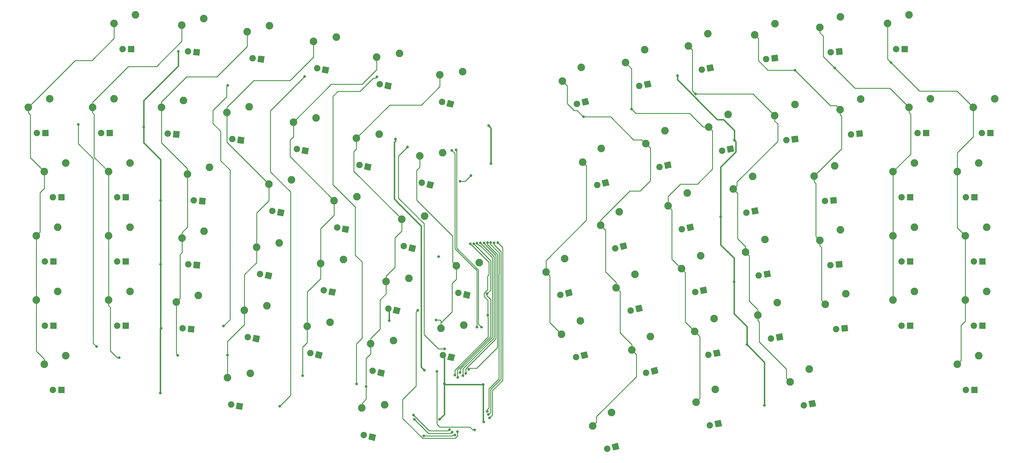
<source format=gtl>
G04 #@! TF.GenerationSoftware,KiCad,Pcbnew,(5.0.2)-1*
G04 #@! TF.CreationDate,2019-04-23T22:47:33-07:00*
G04 #@! TF.ProjectId,AergoPcb,41657267-6f50-4636-922e-6b696361645f,rev?*
G04 #@! TF.SameCoordinates,Original*
G04 #@! TF.FileFunction,Copper,L1,Top*
G04 #@! TF.FilePolarity,Positive*
%FSLAX46Y46*%
G04 Gerber Fmt 4.6, Leading zero omitted, Abs format (unit mm)*
G04 Created by KiCad (PCBNEW (5.0.2)-1) date 4/23/2019 10:47:33 PM*
%MOMM*%
%LPD*%
G01*
G04 APERTURE LIST*
G04 #@! TA.AperFunction,ComponentPad*
%ADD10C,2.250000*%
G04 #@! TD*
G04 #@! TA.AperFunction,ComponentPad*
%ADD11C,1.905000*%
G04 #@! TD*
G04 #@! TA.AperFunction,Conductor*
%ADD12C,0.100000*%
G04 #@! TD*
G04 #@! TA.AperFunction,ComponentPad*
%ADD13R,1.905000X1.905000*%
G04 #@! TD*
G04 #@! TA.AperFunction,ViaPad*
%ADD14C,0.800000*%
G04 #@! TD*
G04 #@! TA.AperFunction,Conductor*
%ADD15C,0.381000*%
G04 #@! TD*
G04 #@! TA.AperFunction,Conductor*
%ADD16C,0.254000*%
G04 #@! TD*
G04 APERTURE END LIST*
D10*
G04 #@! TO.P,MX_6,2*
G04 #@! TO.N,Net-(D27-Pad2)*
X202444364Y-106911329D03*
G04 #@! TO.P,MX_6,1*
G04 #@! TO.N,COL6*
X195668505Y-107839676D03*
D11*
G04 #@! TO.P,MX_6,3*
G04 #@! TO.N,+5V*
X196289611Y-115847811D03*
G04 #@! TO.P,MX_6,4*
G04 #@! TO.N,Net-(MX_6-Pad4)*
X198754162Y-116462293D03*
D12*
G04 #@! TD*
G04 #@! TO.N,Net-(MX_6-Pad4)*
G04 #@! TO.C,MX_6*
G36*
X197599525Y-117156069D02*
X198060386Y-115307656D01*
X199908799Y-115768517D01*
X199447938Y-117616930D01*
X197599525Y-117156069D01*
X197599525Y-117156069D01*
G37*
D10*
G04 #@! TO.P,MX_SPACE1,2*
G04 #@! TO.N,Net-(D66-Pad2)*
X185278972Y-181721291D03*
G04 #@! TO.P,MX_SPACE1,1*
G04 #@! TO.N,COL5*
X178503113Y-182649638D03*
D11*
G04 #@! TO.P,MX_SPACE1,3*
G04 #@! TO.N,+5V*
X179124219Y-190657773D03*
G04 #@! TO.P,MX_SPACE1,4*
G04 #@! TO.N,Net-(MX_SPACE1-Pad4)*
X181588770Y-191272255D03*
D12*
G04 #@! TD*
G04 #@! TO.N,Net-(MX_SPACE1-Pad4)*
G04 #@! TO.C,MX_SPACE1*
G36*
X180434133Y-191966031D02*
X180894994Y-190117618D01*
X182743407Y-190578479D01*
X182282546Y-192426892D01*
X180434133Y-191966031D01*
X180434133Y-191966031D01*
G37*
D11*
G04 #@! TO.P,MX_0,4*
G04 #@! TO.N,Net-(MX_0-Pad4)*
X306860430Y-102892210D03*
D12*
G04 #@! TD*
G04 #@! TO.N,Net-(MX_0-Pad4)*
G04 #@! TO.C,MX_0*
G36*
X306031110Y-103953691D02*
X305798949Y-102062890D01*
X307689750Y-101830729D01*
X307921911Y-103721530D01*
X306031110Y-103953691D01*
X306031110Y-103953691D01*
G37*
D11*
G04 #@! TO.P,MX_0,3*
G04 #@! TO.N,5VR*
X304339363Y-103201761D03*
D10*
G04 #@! TO.P,MX_0,1*
G04 #@! TO.N,COL10R*
X300889651Y-95948105D03*
G04 #@! TO.P,MX_0,2*
G04 #@! TO.N,Net-(D211-Pad2)*
X306882771Y-92653167D03*
G04 #@! TD*
D13*
G04 #@! TO.P,MX_1,4*
G04 #@! TO.N,Net-(MX_1-Pad4)*
X103790750Y-101123750D03*
D11*
G04 #@! TO.P,MX_1,3*
G04 #@! TO.N,+5V*
X101250750Y-101123750D03*
D10*
G04 #@! TO.P,MX_1,1*
G04 #@! TO.N,COL1*
X98710750Y-93503750D03*
G04 #@! TO.P,MX_1,2*
G04 #@! TO.N,Net-(D22-Pad2)*
X105060750Y-90963750D03*
G04 #@! TD*
G04 #@! TO.P,MX_2,2*
G04 #@! TO.N,Net-(D23-Pad2)*
X125699336Y-91467457D03*
G04 #@! TO.P,MX_2,1*
G04 #@! TO.N,COL2*
X119152124Y-93444352D03*
D11*
G04 #@! TO.P,MX_2,3*
G04 #@! TO.N,+5V*
X121018332Y-101256731D03*
G04 #@! TO.P,MX_2,4*
G04 #@! TO.N,Net-(MX_2-Pad4)*
X123548666Y-101478107D03*
D12*
G04 #@! TD*
G04 #@! TO.N,Net-(MX_2-Pad4)*
G04 #@! TO.C,MX_2*
G36*
X122516775Y-102343967D02*
X122682806Y-100446216D01*
X124580557Y-100612247D01*
X124414526Y-102509998D01*
X122516775Y-102343967D01*
X122516775Y-102343967D01*
G37*
D10*
G04 #@! TO.P,MX_3,2*
G04 #@! TO.N,Net-(D24-Pad2)*
X145167613Y-93272264D03*
G04 #@! TO.P,MX_3,1*
G04 #@! TO.N,COL3*
X138555397Y-95019461D03*
D11*
G04 #@! TO.P,MX_3,3*
G04 #@! TO.N,+5V*
X140147820Y-102892210D03*
G04 #@! TO.P,MX_3,4*
G04 #@! TO.N,Net-(MX_3-Pad4)*
X142668887Y-103201761D03*
D12*
G04 #@! TD*
G04 #@! TO.N,Net-(MX_3-Pad4)*
G04 #@! TO.C,MX_3*
G36*
X141607406Y-104031081D02*
X141839567Y-102140280D01*
X143730368Y-102372441D01*
X143498207Y-104263242D01*
X141607406Y-104031081D01*
X141607406Y-104031081D01*
G37*
D11*
G04 #@! TO.P,MX_4,4*
G04 #@! TO.N,Net-(MX_4-Pad4)*
X161765507Y-106316044D03*
D12*
G04 #@! TD*
G04 #@! TO.N,Net-(MX_4-Pad4)*
G04 #@! TO.C,MX_4*
G36*
X160648762Y-107069298D02*
X161012253Y-105199299D01*
X162882252Y-105562790D01*
X162518761Y-107432789D01*
X160648762Y-107069298D01*
X160648762Y-107069298D01*
G37*
D11*
G04 #@! TO.P,MX_4,3*
G04 #@! TO.N,+5V*
X159272174Y-105831389D03*
D10*
G04 #@! TO.P,MX_4,1*
G04 #@! TO.N,COL4*
X158232805Y-97866735D03*
G04 #@! TO.P,MX_4,2*
G04 #@! TO.N,Net-(D25-Pad2)*
X164950793Y-96585039D03*
G04 #@! TD*
D11*
G04 #@! TO.P,MX_5,4*
G04 #@! TO.N,Net-(MX_5-Pad4)*
X180296006Y-111129188D03*
D12*
G04 #@! TD*
G04 #@! TO.N,Net-(MX_5-Pad4)*
G04 #@! TO.C,MX_5*
G36*
X179166285Y-111862838D02*
X179562356Y-109999467D01*
X181425727Y-110395538D01*
X181029656Y-112258909D01*
X179166285Y-111862838D01*
X179166285Y-111862838D01*
G37*
D11*
G04 #@! TO.P,MX_5,3*
G04 #@! TO.N,+5V*
X177811511Y-110601092D03*
D10*
G04 #@! TO.P,MX_5,1*
G04 #@! TO.N,COL5*
X176911303Y-102619513D03*
G04 #@! TO.P,MX_5,2*
G04 #@! TO.N,Net-(D26-Pad2)*
X183650636Y-101455256D03*
G04 #@! TD*
D11*
G04 #@! TO.P,MX_7,4*
G04 #@! TO.N,Net-(MX_7-Pad4)*
X250718639Y-115847811D03*
D12*
G04 #@! TD*
G04 #@! TO.N,Net-(MX_7-Pad4)*
G04 #@! TO.C,MX_7*
G36*
X250024863Y-117002448D02*
X249564002Y-115154035D01*
X251412415Y-114693174D01*
X251873276Y-116541587D01*
X250024863Y-117002448D01*
X250024863Y-117002448D01*
G37*
D11*
G04 #@! TO.P,MX_7,3*
G04 #@! TO.N,5VR*
X248254088Y-116462293D03*
D10*
G04 #@! TO.P,MX_7,1*
G04 #@! TO.N,COL7R*
X243946092Y-109683121D03*
G04 #@! TO.P,MX_7,2*
G04 #@! TO.N,Net-(D28-Pad2)*
X249492988Y-105682366D03*
G04 #@! TD*
G04 #@! TO.P,MX_8,2*
G04 #@! TO.N,Net-(D29-Pad2)*
X268326604Y-100399064D03*
G04 #@! TO.P,MX_8,1*
G04 #@! TO.N,COL8R*
X262643462Y-104203799D03*
D11*
G04 #@! TO.P,MX_8,3*
G04 #@! TO.N,5VR*
X266712244Y-111129188D03*
G04 #@! TO.P,MX_8,4*
G04 #@! TO.N,Net-(MX_8-Pad4)*
X269196739Y-110601092D03*
D12*
G04 #@! TD*
G04 #@! TO.N,Net-(MX_8-Pad4)*
G04 #@! TO.C,MX_8*
G36*
X268463089Y-111730813D02*
X268067018Y-109867442D01*
X269930389Y-109471371D01*
X270326460Y-111334742D01*
X268463089Y-111730813D01*
X268463089Y-111730813D01*
G37*
D10*
G04 #@! TO.P,MX_9,2*
G04 #@! TO.N,Net-(D210-Pad2)*
X287044123Y-95615729D03*
G04 #@! TO.P,MX_9,1*
G04 #@! TO.N,COL9R*
X281295446Y-99320699D03*
D11*
G04 #@! TO.P,MX_9,3*
G04 #@! TO.N,5VR*
X285242743Y-106316044D03*
G04 #@! TO.P,MX_9,4*
G04 #@! TO.N,Net-(MX_9-Pad4)*
X287736076Y-105831389D03*
D12*
G04 #@! TD*
G04 #@! TO.N,Net-(MX_9-Pad4)*
G04 #@! TO.C,MX_9*
G36*
X286982822Y-106948134D02*
X286619331Y-105078135D01*
X288489330Y-104714644D01*
X288852821Y-106584643D01*
X286982822Y-106948134D01*
X286982822Y-106948134D01*
G37*
D10*
G04 #@! TO.P,MX_-1,2*
G04 #@! TO.N,Net-(D212-Pad2)*
X326369583Y-91024705D03*
G04 #@! TO.P,MX_-1,1*
G04 #@! TO.N,COl11R*
X320265123Y-94108479D03*
D11*
G04 #@! TO.P,MX_-1,3*
G04 #@! TO.N,5VR*
X323459584Y-101478107D03*
G04 #@! TO.P,MX_-1,4*
G04 #@! TO.N,Net-(MX_-1-Pad4)*
X325989918Y-101256731D03*
D12*
G04 #@! TD*
G04 #@! TO.N,Net-(MX_-1-Pad4)*
G04 #@! TO.C,MX_-1*
G36*
X325124058Y-102288622D02*
X324958027Y-100390871D01*
X326855778Y-100224840D01*
X327021809Y-102122591D01*
X325124058Y-102288622D01*
X325124058Y-102288622D01*
G37*
D10*
G04 #@! TO.P,MX_/1,2*
G04 #@! TO.N,Net-(D513-Pad2)*
X342265000Y-148113750D03*
G04 #@! TO.P,MX_/1,1*
G04 #@! TO.N,COL12R*
X335915000Y-150653750D03*
D11*
G04 #@! TO.P,MX_/1,3*
G04 #@! TO.N,5VR*
X338455000Y-158273750D03*
D13*
G04 #@! TO.P,MX_/1,4*
G04 #@! TO.N,Net-(MX_/1-Pad4)*
X340995000Y-158273750D03*
G04 #@! TD*
D10*
G04 #@! TO.P,MX_;1,2*
G04 #@! TO.N,Net-(D413-Pad2)*
X342265000Y-129063750D03*
G04 #@! TO.P,MX_;1,1*
G04 #@! TO.N,COL12R*
X335915000Y-131603750D03*
D11*
G04 #@! TO.P,MX_;1,3*
G04 #@! TO.N,5VR*
X338455000Y-139223750D03*
D13*
G04 #@! TO.P,MX_;1,4*
G04 #@! TO.N,Net-(MX_;1-Pad4)*
X340995000Y-139223750D03*
G04 #@! TD*
D10*
G04 #@! TO.P,MX_<1,2*
G04 #@! TO.N,Net-(D511-Pad2)*
X301579023Y-151375229D03*
G04 #@! TO.P,MX_<1,1*
G04 #@! TO.N,COL10R*
X295830346Y-155080199D03*
D11*
G04 #@! TO.P,MX_<1,3*
G04 #@! TO.N,5VR*
X299777643Y-162075544D03*
G04 #@! TO.P,MX_<1,4*
G04 #@! TO.N,Net-(MX_<1-Pad4)*
X302270976Y-161590889D03*
D12*
G04 #@! TD*
G04 #@! TO.N,Net-(MX_<1-Pad4)*
G04 #@! TO.C,MX_<1*
G36*
X301517722Y-162707634D02*
X301154231Y-160837635D01*
X303024230Y-160474144D01*
X303387721Y-162344143D01*
X301517722Y-162707634D01*
X301517722Y-162707634D01*
G37*
D13*
G04 #@! TO.P,MX_=1,4*
G04 #@! TO.N,Net-(MX_=1-Pad4)*
X345757500Y-101123750D03*
D11*
G04 #@! TO.P,MX_=1,3*
G04 #@! TO.N,5VR*
X343217500Y-101123750D03*
D10*
G04 #@! TO.P,MX_=1,1*
G04 #@! TO.N,COL12R*
X340677500Y-93503750D03*
G04 #@! TO.P,MX_=1,2*
G04 #@! TO.N,Net-(D213-Pad2)*
X347027500Y-90963750D03*
G04 #@! TD*
G04 #@! TO.P,MX_>1,2*
G04 #@! TO.N,Net-(D512-Pad2)*
X321968683Y-148778105D03*
G04 #@! TO.P,MX_>1,1*
G04 #@! TO.N,COl11R*
X315864223Y-151861879D03*
D11*
G04 #@! TO.P,MX_>1,3*
G04 #@! TO.N,5VR*
X319058684Y-159231507D03*
G04 #@! TO.P,MX_>1,4*
G04 #@! TO.N,Net-(MX_>1-Pad4)*
X321589018Y-159010131D03*
D12*
G04 #@! TD*
G04 #@! TO.N,Net-(MX_>1-Pad4)*
G04 #@! TO.C,MX_>1*
G36*
X320723158Y-160042022D02*
X320557127Y-158144271D01*
X322454878Y-157978240D01*
X322620909Y-159875991D01*
X320723158Y-160042022D01*
X320723158Y-160042022D01*
G37*
D10*
G04 #@! TO.P,MX_A1,2*
G04 #@! TO.N,Net-(D42-Pad2)*
X109823250Y-129063750D03*
G04 #@! TO.P,MX_A1,1*
G04 #@! TO.N,COL1*
X103473250Y-131603750D03*
D11*
G04 #@! TO.P,MX_A1,3*
G04 #@! TO.N,+5V*
X106013250Y-139223750D03*
D13*
G04 #@! TO.P,MX_A1,4*
G04 #@! TO.N,Net-(MX_A1-Pad4)*
X108553250Y-139223750D03*
G04 #@! TD*
D11*
G04 #@! TO.P,MX_B1,4*
G04 #@! TO.N,Net-(MX_B1-Pad4)*
X184219362Y-172221693D03*
D12*
G04 #@! TD*
G04 #@! TO.N,Net-(MX_B1-Pad4)*
G04 #@! TO.C,MX_B1*
G36*
X183064725Y-172915469D02*
X183525586Y-171067056D01*
X185373999Y-171527917D01*
X184913138Y-173376330D01*
X183064725Y-172915469D01*
X183064725Y-172915469D01*
G37*
D11*
G04 #@! TO.P,MX_B1,3*
G04 #@! TO.N,+5V*
X181754811Y-171607211D03*
D10*
G04 #@! TO.P,MX_B1,1*
G04 #@! TO.N,COL5*
X181133705Y-163599076D03*
G04 #@! TO.P,MX_B1,2*
G04 #@! TO.N,Net-(D56-Pad2)*
X187909564Y-162670729D03*
G04 #@! TD*
G04 #@! TO.P,MX_BackSpace1,2*
G04 #@! TO.N,Net-(D214-Pad2)*
X366077500Y-90963750D03*
G04 #@! TO.P,MX_BackSpace1,1*
G04 #@! TO.N,COL13R*
X359727500Y-93503750D03*
D11*
G04 #@! TO.P,MX_BackSpace1,3*
G04 #@! TO.N,5VR*
X362267500Y-101123750D03*
D13*
G04 #@! TO.P,MX_BackSpace1,4*
G04 #@! TO.N,Net-(MX_BackSpace1-Pad4)*
X364807500Y-101123750D03*
G04 #@! TD*
D11*
G04 #@! TO.P,MX_C1,4*
G04 #@! TO.N,Net-(MX_C1-Pad4)*
X147230607Y-162075544D03*
D12*
G04 #@! TD*
G04 #@! TO.N,Net-(MX_C1-Pad4)*
G04 #@! TO.C,MX_C1*
G36*
X146113862Y-162828798D02*
X146477353Y-160958799D01*
X148347352Y-161322290D01*
X147983861Y-163192289D01*
X146113862Y-162828798D01*
X146113862Y-162828798D01*
G37*
D11*
G04 #@! TO.P,MX_C1,3*
G04 #@! TO.N,+5V*
X144737274Y-161590889D03*
D10*
G04 #@! TO.P,MX_C1,1*
G04 #@! TO.N,COL3*
X143697905Y-153626235D03*
G04 #@! TO.P,MX_C1,2*
G04 #@! TO.N,Net-(D54-Pad2)*
X150415893Y-152344539D03*
G04 #@! TD*
D11*
G04 #@! TO.P,MX_D1,4*
G04 #@! TO.N,Net-(MX_D1-Pad4)*
X150865507Y-143375544D03*
D12*
G04 #@! TD*
G04 #@! TO.N,Net-(MX_D1-Pad4)*
G04 #@! TO.C,MX_D1*
G36*
X149748762Y-144128798D02*
X150112253Y-142258799D01*
X151982252Y-142622290D01*
X151618761Y-144492289D01*
X149748762Y-144128798D01*
X149748762Y-144128798D01*
G37*
D11*
G04 #@! TO.P,MX_D1,3*
G04 #@! TO.N,+5V*
X148372174Y-142890889D03*
D10*
G04 #@! TO.P,MX_D1,1*
G04 #@! TO.N,COL3*
X147332805Y-134926235D03*
G04 #@! TO.P,MX_D1,2*
G04 #@! TO.N,Net-(D44-Pad2)*
X154050793Y-133644539D03*
G04 #@! TD*
G04 #@! TO.P,MX_DEL1,2*
G04 #@! TO.N,Net-(D314-Pad2)*
X361315000Y-110013750D03*
G04 #@! TO.P,MX_DEL1,1*
G04 #@! TO.N,COL13R*
X354965000Y-112553750D03*
D11*
G04 #@! TO.P,MX_DEL1,3*
G04 #@! TO.N,5VR*
X357505000Y-120173750D03*
D13*
G04 #@! TO.P,MX_DEL1,4*
G04 #@! TO.N,Net-(MX_DEL1-Pad4)*
X360045000Y-120173750D03*
G04 #@! TD*
D11*
G04 #@! TO.P,MX_E1,4*
G04 #@! TO.N,Net-(MX_E1-Pad4)*
X154500407Y-124675544D03*
D12*
G04 #@! TD*
G04 #@! TO.N,Net-(MX_E1-Pad4)*
G04 #@! TO.C,MX_E1*
G36*
X153383662Y-125428798D02*
X153747153Y-123558799D01*
X155617152Y-123922290D01*
X155253661Y-125792289D01*
X153383662Y-125428798D01*
X153383662Y-125428798D01*
G37*
D11*
G04 #@! TO.P,MX_E1,3*
G04 #@! TO.N,+5V*
X152007074Y-124190889D03*
D10*
G04 #@! TO.P,MX_E1,1*
G04 #@! TO.N,COL3*
X150967705Y-116226235D03*
G04 #@! TO.P,MX_E1,2*
G04 #@! TO.N,Net-(D34-Pad2)*
X157685693Y-114944539D03*
G04 #@! TD*
D11*
G04 #@! TO.P,MX_END1,4*
G04 #@! TO.N,Net-(MX_END1-Pad4)*
X244465039Y-166973711D03*
D12*
G04 #@! TD*
G04 #@! TO.N,Net-(MX_END1-Pad4)*
G04 #@! TO.C,MX_END1*
G36*
X243771263Y-168128348D02*
X243310402Y-166279935D01*
X245158815Y-165819074D01*
X245619676Y-167667487D01*
X243771263Y-168128348D01*
X243771263Y-168128348D01*
G37*
D11*
G04 #@! TO.P,MX_END1,3*
G04 #@! TO.N,5VR*
X242000488Y-167588193D03*
D10*
G04 #@! TO.P,MX_END1,1*
G04 #@! TO.N,COL7R*
X237692492Y-160809021D03*
G04 #@! TO.P,MX_END1,2*
G04 #@! TO.N,Net-(D48-Pad2)*
X243239388Y-156808266D03*
G04 #@! TD*
G04 #@! TO.P,MX_ENTER1,2*
G04 #@! TO.N,Net-(D610-Pad2)*
X283233261Y-177081974D03*
G04 #@! TO.P,MX_ENTER1,1*
G04 #@! TO.N,COL9R*
X277550119Y-180886709D03*
D11*
G04 #@! TO.P,MX_ENTER1,3*
G04 #@! TO.N,5VR*
X281618901Y-187812098D03*
G04 #@! TO.P,MX_ENTER1,4*
G04 #@! TO.N,Net-(MX_ENTER1-Pad4)*
X284103396Y-187284002D03*
D12*
G04 #@! TD*
G04 #@! TO.N,Net-(MX_ENTER1-Pad4)*
G04 #@! TO.C,MX_ENTER1*
G36*
X283369746Y-188413723D02*
X282973675Y-186550352D01*
X284837046Y-186154281D01*
X285233117Y-188017652D01*
X283369746Y-188413723D01*
X283369746Y-188413723D01*
G37*
D10*
G04 #@! TO.P,MX_ESC1,2*
G04 #@! TO.N,Net-(D21-Pad2)*
X86010750Y-90963750D03*
G04 #@! TO.P,MX_ESC1,1*
G04 #@! TO.N,COL0*
X79660750Y-93503750D03*
D11*
G04 #@! TO.P,MX_ESC1,3*
G04 #@! TO.N,+5V*
X82200750Y-101123750D03*
D13*
G04 #@! TO.P,MX_ESC1,4*
G04 #@! TO.N,Net-(MX_ESC1-Pad4)*
X84740750Y-101123750D03*
G04 #@! TD*
G04 #@! TO.P,MX_F1,4*
G04 #@! TO.N,Net-(MX_F1-Pad4)*
X110170750Y-76165750D03*
D11*
G04 #@! TO.P,MX_F1,3*
G04 #@! TO.N,+5V*
X107630750Y-76165750D03*
D10*
G04 #@! TO.P,MX_F1,1*
G04 #@! TO.N,COL0*
X105090750Y-68545750D03*
G04 #@! TO.P,MX_F1,2*
G04 #@! TO.N,Net-(D11-Pad2)*
X111440750Y-66005750D03*
G04 #@! TD*
D11*
G04 #@! TO.P,MX_F2,4*
G04 #@! TO.N,Net-(MX_F2-Pad4)*
X129567166Y-77123107D03*
D12*
G04 #@! TD*
G04 #@! TO.N,Net-(MX_F2-Pad4)*
G04 #@! TO.C,MX_F2*
G36*
X128535275Y-77988967D02*
X128701306Y-76091216D01*
X130599057Y-76257247D01*
X130433026Y-78154998D01*
X128535275Y-77988967D01*
X128535275Y-77988967D01*
G37*
D11*
G04 #@! TO.P,MX_F2,3*
G04 #@! TO.N,+5V*
X127036832Y-76901731D03*
D10*
G04 #@! TO.P,MX_F2,1*
G04 #@! TO.N,COL1*
X125170624Y-69089352D03*
G04 #@! TO.P,MX_F2,2*
G04 #@! TO.N,Net-(D12-Pad2)*
X131717836Y-67112457D03*
G04 #@! TD*
D11*
G04 #@! TO.P,MX_F3,4*
G04 #@! TO.N,Net-(MX_F3-Pad4)*
X148659187Y-79174661D03*
D12*
G04 #@! TD*
G04 #@! TO.N,Net-(MX_F3-Pad4)*
G04 #@! TO.C,MX_F3*
G36*
X147597706Y-80003981D02*
X147829867Y-78113180D01*
X149720668Y-78345341D01*
X149488507Y-80236142D01*
X147597706Y-80003981D01*
X147597706Y-80003981D01*
G37*
D11*
G04 #@! TO.P,MX_F3,3*
G04 #@! TO.N,+5V*
X146138120Y-78865110D03*
D10*
G04 #@! TO.P,MX_F3,1*
G04 #@! TO.N,COL2*
X144545697Y-70992361D03*
G04 #@! TO.P,MX_F3,2*
G04 #@! TO.N,Net-(D13-Pad2)*
X151157913Y-69245164D03*
G04 #@! TD*
G04 #@! TO.P,MX_F4,2*
G04 #@! TO.N,Net-(D14-Pad2)*
X170941393Y-72647739D03*
G04 #@! TO.P,MX_F4,1*
G04 #@! TO.N,COL3*
X164223405Y-73929435D03*
D11*
G04 #@! TO.P,MX_F4,3*
G04 #@! TO.N,+5V*
X165262774Y-81894089D03*
G04 #@! TO.P,MX_F4,4*
G04 #@! TO.N,Net-(MX_F4-Pad4)*
X167756107Y-82378744D03*
D12*
G04 #@! TD*
G04 #@! TO.N,Net-(MX_F4-Pad4)*
G04 #@! TO.C,MX_F4*
G36*
X166639362Y-83131998D02*
X167002853Y-81261999D01*
X168872852Y-81625490D01*
X168509361Y-83495489D01*
X166639362Y-83131998D01*
X166639362Y-83131998D01*
G37*
D10*
G04 #@! TO.P,MX_F5,2*
G04 #@! TO.N,Net-(D15-Pad2)*
X189641436Y-77427856D03*
G04 #@! TO.P,MX_F5,1*
G04 #@! TO.N,COL4*
X182902103Y-78592113D03*
D11*
G04 #@! TO.P,MX_F5,3*
G04 #@! TO.N,+5V*
X183802311Y-86573692D03*
G04 #@! TO.P,MX_F5,4*
G04 #@! TO.N,Net-(MX_F5-Pad4)*
X186286806Y-87101788D03*
D12*
G04 #@! TD*
G04 #@! TO.N,Net-(MX_F5-Pad4)*
G04 #@! TO.C,MX_F5*
G36*
X185157085Y-87835438D02*
X185553156Y-85972067D01*
X187416527Y-86368138D01*
X187020456Y-88231509D01*
X185157085Y-87835438D01*
X185157085Y-87835438D01*
G37*
D11*
G04 #@! TO.P,MX_F6,4*
G04 #@! TO.N,Net-(MX_F6-Pad4)*
X204745062Y-92435093D03*
D12*
G04 #@! TD*
G04 #@! TO.N,Net-(MX_F6-Pad4)*
G04 #@! TO.C,MX_F6*
G36*
X203590425Y-93128869D02*
X204051286Y-91280456D01*
X205899699Y-91741317D01*
X205438838Y-93589730D01*
X203590425Y-93128869D01*
X203590425Y-93128869D01*
G37*
D11*
G04 #@! TO.P,MX_F6,3*
G04 #@! TO.N,+5V*
X202280511Y-91820611D03*
D10*
G04 #@! TO.P,MX_F6,1*
G04 #@! TO.N,COL5*
X201659405Y-83812476D03*
G04 #@! TO.P,MX_F6,2*
G04 #@! TO.N,Net-(D16-Pad2)*
X208435264Y-82884129D03*
G04 #@! TD*
G04 #@! TO.P,MX_F7,2*
G04 #@! TO.N,Net-(D19-Pad2)*
X243502288Y-81655366D03*
G04 #@! TO.P,MX_F7,1*
G04 #@! TO.N,COL8R*
X237955392Y-85656121D03*
D11*
G04 #@! TO.P,MX_F7,3*
G04 #@! TO.N,5VR*
X242263388Y-92435293D03*
G04 #@! TO.P,MX_F7,4*
G04 #@! TO.N,Net-(MX_F7-Pad4)*
X244727939Y-91820811D03*
D12*
G04 #@! TD*
G04 #@! TO.N,Net-(MX_F7-Pad4)*
G04 #@! TO.C,MX_F7*
G36*
X244034163Y-92975448D02*
X243573302Y-91127035D01*
X245421715Y-90666174D01*
X245882576Y-92514587D01*
X244034163Y-92975448D01*
X244034163Y-92975448D01*
G37*
D10*
G04 #@! TO.P,MX_F8,2*
G04 #@! TO.N,Net-(D110-Pad2)*
X262336004Y-76399164D03*
G04 #@! TO.P,MX_F8,1*
G04 #@! TO.N,COL9R*
X256652862Y-80203899D03*
D11*
G04 #@! TO.P,MX_F8,3*
G04 #@! TO.N,5VR*
X260721644Y-87129288D03*
G04 #@! TO.P,MX_F8,4*
G04 #@! TO.N,Net-(MX_F8-Pad4)*
X263206139Y-86601192D03*
D12*
G04 #@! TD*
G04 #@! TO.N,Net-(MX_F8-Pad4)*
G04 #@! TO.C,MX_F8*
G36*
X262472489Y-87730913D02*
X262076418Y-85867542D01*
X263939789Y-85471471D01*
X264335860Y-87334842D01*
X262472489Y-87730913D01*
X262472489Y-87730913D01*
G37*
D11*
G04 #@! TO.P,MX_F9,4*
G04 #@! TO.N,Net-(MX_F9-Pad4)*
X281745476Y-81804489D03*
D12*
G04 #@! TD*
G04 #@! TO.N,Net-(MX_F9-Pad4)*
G04 #@! TO.C,MX_F9*
G36*
X280992222Y-82921234D02*
X280628731Y-81051235D01*
X282498730Y-80687744D01*
X282862221Y-82557743D01*
X280992222Y-82921234D01*
X280992222Y-82921234D01*
G37*
D11*
G04 #@! TO.P,MX_F9,3*
G04 #@! TO.N,5VR*
X279252143Y-82289144D03*
D10*
G04 #@! TO.P,MX_F9,1*
G04 #@! TO.N,COL10R*
X275304846Y-75293799D03*
G04 #@! TO.P,MX_F9,2*
G04 #@! TO.N,Net-(D111-Pad2)*
X281053523Y-71588829D03*
G04 #@! TD*
D11*
G04 #@! TO.P,MX_F10,4*
G04 #@! TO.N,Net-(MX_F10-Pad4)*
X300869830Y-78865210D03*
D12*
G04 #@! TD*
G04 #@! TO.N,Net-(MX_F10-Pad4)*
G04 #@! TO.C,MX_F10*
G36*
X300040510Y-79926691D02*
X299808349Y-78035890D01*
X301699150Y-77803729D01*
X301931311Y-79694530D01*
X300040510Y-79926691D01*
X300040510Y-79926691D01*
G37*
D11*
G04 #@! TO.P,MX_F10,3*
G04 #@! TO.N,5VR*
X298348763Y-79174761D03*
D10*
G04 #@! TO.P,MX_F10,1*
G04 #@! TO.N,COl11R*
X294899051Y-71921105D03*
G04 #@! TO.P,MX_F10,2*
G04 #@! TO.N,Net-(D112-Pad2)*
X300892171Y-68626167D03*
G04 #@! TD*
D11*
G04 #@! TO.P,MX_F11,4*
G04 #@! TO.N,Net-(MX_F11-Pad4)*
X319971518Y-76902131D03*
D12*
G04 #@! TD*
G04 #@! TO.N,Net-(MX_F11-Pad4)*
G04 #@! TO.C,MX_F11*
G36*
X319105658Y-77934022D02*
X318939627Y-76036271D01*
X320837378Y-75870240D01*
X321003409Y-77767991D01*
X319105658Y-77934022D01*
X319105658Y-77934022D01*
G37*
D11*
G04 #@! TO.P,MX_F11,3*
G04 #@! TO.N,5VR*
X317441184Y-77123507D03*
D10*
G04 #@! TO.P,MX_F11,1*
G04 #@! TO.N,COL12R*
X314246723Y-69753879D03*
G04 #@! TO.P,MX_F11,2*
G04 #@! TO.N,Net-(D113-Pad2)*
X320351183Y-66670105D03*
G04 #@! TD*
G04 #@! TO.P,MX_F12,2*
G04 #@! TO.N,Net-(D114-Pad2)*
X340647500Y-66005750D03*
G04 #@! TO.P,MX_F12,1*
G04 #@! TO.N,COL13R*
X334297500Y-68545750D03*
D11*
G04 #@! TO.P,MX_F12,3*
G04 #@! TO.N,5VR*
X336837500Y-76165750D03*
D13*
G04 #@! TO.P,MX_F12,4*
G04 #@! TO.N,Net-(MX_F12-Pad4)*
X339377500Y-76165750D03*
G04 #@! TD*
D10*
G04 #@! TO.P,MX_F13,2*
G04 #@! TO.N,Net-(D45-Pad2)*
X173076436Y-138581056D03*
G04 #@! TO.P,MX_F13,1*
G04 #@! TO.N,COL4*
X166337103Y-139745313D03*
D11*
G04 #@! TO.P,MX_F13,3*
G04 #@! TO.N,+5V*
X167237311Y-147726892D03*
G04 #@! TO.P,MX_F13,4*
G04 #@! TO.N,Net-(MX_F13-Pad4)*
X169721806Y-148254988D03*
D12*
G04 #@! TD*
G04 #@! TO.N,Net-(MX_F13-Pad4)*
G04 #@! TO.C,MX_F13*
G36*
X168592085Y-148988638D02*
X168988156Y-147125267D01*
X170851527Y-147521338D01*
X170455456Y-149384709D01*
X168592085Y-148988638D01*
X168592085Y-148988638D01*
G37*
D13*
G04 #@! TO.P,MX_FN1,4*
G04 #@! TO.N,Net-(MX_FN1-Pad4)*
X89503250Y-177323750D03*
D11*
G04 #@! TO.P,MX_FN1,3*
G04 #@! TO.N,+5V*
X86963250Y-177323750D03*
D10*
G04 #@! TO.P,MX_FN1,1*
G04 #@! TO.N,COL0*
X84423250Y-169703750D03*
G04 #@! TO.P,MX_FN1,2*
G04 #@! TO.N,Net-(D61-Pad2)*
X90773250Y-167163750D03*
G04 #@! TD*
G04 #@! TO.P,MX_FN2,2*
G04 #@! TO.N,Net-(D69-Pad2)*
X252462788Y-183958466D03*
G04 #@! TO.P,MX_FN2,1*
G04 #@! TO.N,COL8R*
X246915892Y-187959221D03*
D11*
G04 #@! TO.P,MX_FN2,3*
G04 #@! TO.N,5VR*
X251223888Y-194738393D03*
G04 #@! TO.P,MX_FN2,4*
G04 #@! TO.N,Net-(MX_FN2-Pad4)*
X253688439Y-194123911D03*
D12*
G04 #@! TD*
G04 #@! TO.N,Net-(MX_FN2-Pad4)*
G04 #@! TO.C,MX_FN2*
G36*
X252994663Y-195278548D02*
X252533802Y-193430135D01*
X254382215Y-192969274D01*
X254843076Y-194817687D01*
X252994663Y-195278548D01*
X252994663Y-195278548D01*
G37*
D10*
G04 #@! TO.P,MX_G1,2*
G04 #@! TO.N,Net-(D46-Pad2)*
X192518164Y-144186629D03*
G04 #@! TO.P,MX_G1,1*
G04 #@! TO.N,COL5*
X185742305Y-145114976D03*
D11*
G04 #@! TO.P,MX_G1,3*
G04 #@! TO.N,+5V*
X186363411Y-153123111D03*
G04 #@! TO.P,MX_G1,4*
G04 #@! TO.N,Net-(MX_G1-Pad4)*
X188827962Y-153737593D03*
D12*
G04 #@! TD*
G04 #@! TO.N,Net-(MX_G1-Pad4)*
G04 #@! TO.C,MX_G1*
G36*
X187673325Y-154431369D02*
X188134186Y-152582956D01*
X189982599Y-153043817D01*
X189521738Y-154892230D01*
X187673325Y-154431369D01*
X187673325Y-154431369D01*
G37*
D11*
G04 #@! TO.P,MX_H1,4*
G04 #@! TO.N,Net-(MX_H1-Pad4)*
X260644839Y-153123111D03*
D12*
G04 #@! TD*
G04 #@! TO.N,Net-(MX_H1-Pad4)*
G04 #@! TO.C,MX_H1*
G36*
X259951063Y-154277748D02*
X259490202Y-152429335D01*
X261338615Y-151968474D01*
X261799476Y-153816887D01*
X259951063Y-154277748D01*
X259951063Y-154277748D01*
G37*
D11*
G04 #@! TO.P,MX_H1,3*
G04 #@! TO.N,5VR*
X258180288Y-153737593D03*
D10*
G04 #@! TO.P,MX_H1,1*
G04 #@! TO.N,COL8R*
X253872292Y-146958421D03*
G04 #@! TO.P,MX_H1,2*
G04 #@! TO.N,Net-(D49-Pad2)*
X259419188Y-142957666D03*
G04 #@! TD*
G04 #@! TO.P,MX_HOME1,2*
G04 #@! TO.N,Net-(D38-Pad2)*
X238630788Y-138324166D03*
G04 #@! TO.P,MX_HOME1,1*
G04 #@! TO.N,COL7R*
X233083892Y-142324921D03*
D11*
G04 #@! TO.P,MX_HOME1,3*
G04 #@! TO.N,5VR*
X237391888Y-149104093D03*
G04 #@! TO.P,MX_HOME1,4*
G04 #@! TO.N,Net-(MX_HOME1-Pad4)*
X239856439Y-148489611D03*
D12*
G04 #@! TD*
G04 #@! TO.N,Net-(MX_HOME1-Pad4)*
G04 #@! TO.C,MX_HOME1*
G36*
X239162663Y-149644248D02*
X238701802Y-147795835D01*
X240550215Y-147334974D01*
X241011076Y-149183387D01*
X239162663Y-149644248D01*
X239162663Y-149644248D01*
G37*
D11*
G04 #@! TO.P,MX_I1,4*
G04 #@! TO.N,Net-(MX_I1-Pad4)*
X295001176Y-124190889D03*
D12*
G04 #@! TD*
G04 #@! TO.N,Net-(MX_I1-Pad4)*
G04 #@! TO.C,MX_I1*
G36*
X294247922Y-125307634D02*
X293884431Y-123437635D01*
X295754430Y-123074144D01*
X296117921Y-124944143D01*
X294247922Y-125307634D01*
X294247922Y-125307634D01*
G37*
D11*
G04 #@! TO.P,MX_I1,3*
G04 #@! TO.N,5VR*
X292507843Y-124675544D03*
D10*
G04 #@! TO.P,MX_I1,1*
G04 #@! TO.N,COL10R*
X288560546Y-117680199D03*
G04 #@! TO.P,MX_I1,2*
G04 #@! TO.N,Net-(D311-Pad2)*
X294309223Y-113975229D03*
G04 #@! TD*
D11*
G04 #@! TO.P,MX_J1,4*
G04 #@! TO.N,Net-(MX_J1-Pad4)*
X279770939Y-147726892D03*
D12*
G04 #@! TD*
G04 #@! TO.N,Net-(MX_J1-Pad4)*
G04 #@! TO.C,MX_J1*
G36*
X279037289Y-148856613D02*
X278641218Y-146993242D01*
X280504589Y-146597171D01*
X280900660Y-148460542D01*
X279037289Y-148856613D01*
X279037289Y-148856613D01*
G37*
D11*
G04 #@! TO.P,MX_J1,3*
G04 #@! TO.N,5VR*
X277286444Y-148254988D03*
D10*
G04 #@! TO.P,MX_J1,1*
G04 #@! TO.N,COL9R*
X273217662Y-141329599D03*
G04 #@! TO.P,MX_J1,2*
G04 #@! TO.N,Net-(D410-Pad2)*
X278900804Y-137524864D03*
G04 #@! TD*
G04 #@! TO.P,MX_K1,2*
G04 #@! TO.N,Net-(D411-Pad2)*
X297944123Y-132675229D03*
G04 #@! TO.P,MX_K1,1*
G04 #@! TO.N,COL10R*
X292195446Y-136380199D03*
D11*
G04 #@! TO.P,MX_K1,3*
G04 #@! TO.N,5VR*
X296142743Y-143375544D03*
G04 #@! TO.P,MX_K1,4*
G04 #@! TO.N,Net-(MX_K1-Pad4)*
X298636076Y-142890889D03*
D12*
G04 #@! TD*
G04 #@! TO.N,Net-(MX_K1-Pad4)*
G04 #@! TO.C,MX_K1*
G36*
X297882822Y-144007634D02*
X297519331Y-142137635D01*
X299389330Y-141774144D01*
X299752821Y-143644143D01*
X297882822Y-144007634D01*
X297882822Y-144007634D01*
G37*
D10*
G04 #@! TO.P,MX_L1,2*
G04 #@! TO.N,Net-(D412-Pad2)*
X320308383Y-129800605D03*
G04 #@! TO.P,MX_L1,1*
G04 #@! TO.N,COl11R*
X314203923Y-132884379D03*
D11*
G04 #@! TO.P,MX_L1,3*
G04 #@! TO.N,5VR*
X317398384Y-140254007D03*
G04 #@! TO.P,MX_L1,4*
G04 #@! TO.N,Net-(MX_L1-Pad4)*
X319928718Y-140032631D03*
D12*
G04 #@! TD*
G04 #@! TO.N,Net-(MX_L1-Pad4)*
G04 #@! TO.C,MX_L1*
G36*
X319062858Y-141064522D02*
X318896827Y-139166771D01*
X320794578Y-139000740D01*
X320960609Y-140898491D01*
X319062858Y-141064522D01*
X319062858Y-141064522D01*
G37*
D10*
G04 #@! TO.P,MX_LALT1,2*
G04 #@! TO.N,Net-(D64-Pad2)*
X145452993Y-172372639D03*
G04 #@! TO.P,MX_LALT1,1*
G04 #@! TO.N,COL3*
X138735005Y-173654335D03*
D11*
G04 #@! TO.P,MX_LALT1,3*
G04 #@! TO.N,+5V*
X139774374Y-181618989D03*
G04 #@! TO.P,MX_LALT1,4*
G04 #@! TO.N,Net-(MX_LALT1-Pad4)*
X142267707Y-182103644D03*
D12*
G04 #@! TD*
G04 #@! TO.N,Net-(MX_LALT1-Pad4)*
G04 #@! TO.C,MX_LALT1*
G36*
X141150962Y-182856898D02*
X141514453Y-180986899D01*
X143384452Y-181350390D01*
X143020961Y-183220389D01*
X141150962Y-182856898D01*
X141150962Y-182856898D01*
G37*
D11*
G04 #@! TO.P,MX_M1,4*
G04 #@! TO.N,Net-(MX_M1-Pad4)*
X283731639Y-166360592D03*
D12*
G04 #@! TD*
G04 #@! TO.N,Net-(MX_M1-Pad4)*
G04 #@! TO.C,MX_M1*
G36*
X282997989Y-167490313D02*
X282601918Y-165626942D01*
X284465289Y-165230871D01*
X284861360Y-167094242D01*
X282997989Y-167490313D01*
X282997989Y-167490313D01*
G37*
D11*
G04 #@! TO.P,MX_M1,3*
G04 #@! TO.N,5VR*
X281247144Y-166888688D03*
D10*
G04 #@! TO.P,MX_M1,1*
G04 #@! TO.N,COL9R*
X277178362Y-159963299D03*
G04 #@! TO.P,MX_M1,2*
G04 #@! TO.N,Net-(D510-Pad2)*
X282861504Y-156158564D03*
G04 #@! TD*
D11*
G04 #@! TO.P,MX_N1,4*
G04 #@! TO.N,Net-(MX_N1-Pad4)*
X265253439Y-171607211D03*
D12*
G04 #@! TD*
G04 #@! TO.N,Net-(MX_N1-Pad4)*
G04 #@! TO.C,MX_N1*
G36*
X264559663Y-172761848D02*
X264098802Y-170913435D01*
X265947215Y-170452574D01*
X266408076Y-172300987D01*
X264559663Y-172761848D01*
X264559663Y-172761848D01*
G37*
D11*
G04 #@! TO.P,MX_N1,3*
G04 #@! TO.N,5VR*
X262788888Y-172221693D03*
D10*
G04 #@! TO.P,MX_N1,1*
G04 #@! TO.N,COL8R*
X258480892Y-165442521D03*
G04 #@! TO.P,MX_N1,2*
G04 #@! TO.N,Net-(D59-Pad2)*
X264027788Y-161441766D03*
G04 #@! TD*
D11*
G04 #@! TO.P,MX_O1,4*
G04 #@! TO.N,Net-(MX_O1-Pad4)*
X318268418Y-121055131D03*
D12*
G04 #@! TD*
G04 #@! TO.N,Net-(MX_O1-Pad4)*
G04 #@! TO.C,MX_O1*
G36*
X317402558Y-122087022D02*
X317236527Y-120189271D01*
X319134278Y-120023240D01*
X319300309Y-121920991D01*
X317402558Y-122087022D01*
X317402558Y-122087022D01*
G37*
D11*
G04 #@! TO.P,MX_O1,3*
G04 #@! TO.N,5VR*
X315738084Y-121276507D03*
D10*
G04 #@! TO.P,MX_O1,1*
G04 #@! TO.N,COl11R*
X312543623Y-113906879D03*
G04 #@! TO.P,MX_O1,2*
G04 #@! TO.N,Net-(D312-Pad2)*
X318648083Y-110823105D03*
G04 #@! TD*
G04 #@! TO.P,MX_P1,2*
G04 #@! TO.N,Net-(D313-Pad2)*
X342265000Y-110013750D03*
G04 #@! TO.P,MX_P1,1*
G04 #@! TO.N,COL12R*
X335915000Y-112553750D03*
D11*
G04 #@! TO.P,MX_P1,3*
G04 #@! TO.N,5VR*
X338455000Y-120173750D03*
D13*
G04 #@! TO.P,MX_P1,4*
G04 #@! TO.N,Net-(MX_P1-Pad4)*
X340995000Y-120173750D03*
G04 #@! TD*
D10*
G04 #@! TO.P,MX_PGDN1,2*
G04 #@! TO.N,Net-(D47-Pad2)*
X208697964Y-158037229D03*
G04 #@! TO.P,MX_PGDN1,1*
G04 #@! TO.N,COL6*
X201922105Y-158965576D03*
D11*
G04 #@! TO.P,MX_PGDN1,3*
G04 #@! TO.N,+5V*
X202543211Y-166973711D03*
G04 #@! TO.P,MX_PGDN1,4*
G04 #@! TO.N,Net-(MX_PGDN1-Pad4)*
X205007762Y-167588193D03*
D12*
G04 #@! TD*
G04 #@! TO.N,Net-(MX_PGDN1-Pad4)*
G04 #@! TO.C,MX_PGDN1*
G36*
X203853125Y-168281969D02*
X204313986Y-166433556D01*
X206162399Y-166894417D01*
X205701538Y-168742830D01*
X203853125Y-168281969D01*
X203853125Y-168281969D01*
G37*
D11*
G04 #@! TO.P,MX_PGUP1,4*
G04 #@! TO.N,Net-(MX_PGUP1-Pad4)*
X209616362Y-149104093D03*
D12*
G04 #@! TD*
G04 #@! TO.N,Net-(MX_PGUP1-Pad4)*
G04 #@! TO.C,MX_PGUP1*
G36*
X208461725Y-149797869D02*
X208922586Y-147949456D01*
X210770999Y-148410317D01*
X210310138Y-150258730D01*
X208461725Y-149797869D01*
X208461725Y-149797869D01*
G37*
D11*
G04 #@! TO.P,MX_PGUP1,3*
G04 #@! TO.N,+5V*
X207151811Y-148489611D03*
D10*
G04 #@! TO.P,MX_PGUP1,1*
G04 #@! TO.N,COL6*
X206530705Y-140481476D03*
G04 #@! TO.P,MX_PGUP1,2*
G04 #@! TO.N,Net-(D37-Pad2)*
X213306564Y-139553129D03*
G04 #@! TD*
G04 #@! TO.P,MX_Q1,2*
G04 #@! TO.N,Net-(D32-Pad2)*
X109823250Y-110013750D03*
G04 #@! TO.P,MX_Q1,1*
G04 #@! TO.N,COL1*
X103473250Y-112553750D03*
D11*
G04 #@! TO.P,MX_Q1,3*
G04 #@! TO.N,+5V*
X106013250Y-120173750D03*
D13*
G04 #@! TO.P,MX_Q1,4*
G04 #@! TO.N,Net-(MX_Q1-Pad4)*
X108553250Y-120173750D03*
G04 #@! TD*
D11*
G04 #@! TO.P,MX_R1,4*
G04 #@! TO.N,Net-(MX_R1-Pad4)*
X173682506Y-129621288D03*
D12*
G04 #@! TD*
G04 #@! TO.N,Net-(MX_R1-Pad4)*
G04 #@! TO.C,MX_R1*
G36*
X172552785Y-130354938D02*
X172948856Y-128491567D01*
X174812227Y-128887638D01*
X174416156Y-130751009D01*
X172552785Y-130354938D01*
X172552785Y-130354938D01*
G37*
D11*
G04 #@! TO.P,MX_R1,3*
G04 #@! TO.N,+5V*
X171198011Y-129093192D03*
D10*
G04 #@! TO.P,MX_R1,1*
G04 #@! TO.N,COL4*
X170297803Y-121111613D03*
G04 #@! TO.P,MX_R1,2*
G04 #@! TO.N,Net-(D35-Pad2)*
X177037136Y-119947356D03*
G04 #@! TD*
D11*
G04 #@! TO.P,MX_RALT1,4*
G04 #@! TO.N,Net-(MX_RALT1-Pad4)*
X311986539Y-181349992D03*
D12*
G04 #@! TD*
G04 #@! TO.N,Net-(MX_RALT1-Pad4)*
G04 #@! TO.C,MX_RALT1*
G36*
X311252889Y-182479713D02*
X310856818Y-180616342D01*
X312720189Y-180220271D01*
X313116260Y-182083642D01*
X311252889Y-182479713D01*
X311252889Y-182479713D01*
G37*
D11*
G04 #@! TO.P,MX_RALT1,3*
G04 #@! TO.N,5VR*
X309502044Y-181878088D03*
D10*
G04 #@! TO.P,MX_RALT1,1*
G04 #@! TO.N,COL10R*
X305433262Y-174952699D03*
G04 #@! TO.P,MX_RALT1,2*
G04 #@! TO.N,Net-(D611-Pad2)*
X311116404Y-171147964D03*
G04 #@! TD*
G04 #@! TO.P,MX_RCTRL1,2*
G04 #@! TO.N,Net-(D614-Pad2)*
X361315000Y-167163750D03*
G04 #@! TO.P,MX_RCTRL1,1*
G04 #@! TO.N,COL13R*
X354965000Y-169703750D03*
D11*
G04 #@! TO.P,MX_RCTRL1,3*
G04 #@! TO.N,5VR*
X357505000Y-177323750D03*
D13*
G04 #@! TO.P,MX_RCTRL1,4*
G04 #@! TO.N,Net-(MX_RCTRL1-Pad4)*
X360045000Y-177323750D03*
G04 #@! TD*
D10*
G04 #@! TO.P,MX_S1,2*
G04 #@! TO.N,Net-(D43-Pad2)*
X131760536Y-130243357D03*
G04 #@! TO.P,MX_S1,1*
G04 #@! TO.N,COL2*
X125213324Y-132220252D03*
D11*
G04 #@! TO.P,MX_S1,3*
G04 #@! TO.N,+5V*
X127079532Y-140032631D03*
G04 #@! TO.P,MX_S1,4*
G04 #@! TO.N,Net-(MX_S1-Pad4)*
X129609866Y-140254007D03*
D12*
G04 #@! TD*
G04 #@! TO.N,Net-(MX_S1-Pad4)*
G04 #@! TO.C,MX_S1*
G36*
X128577975Y-141119867D02*
X128744006Y-139222116D01*
X130641757Y-139388147D01*
X130475726Y-141285898D01*
X128577975Y-141119867D01*
X128577975Y-141119867D01*
G37*
D10*
G04 #@! TO.P,MX_T1,2*
G04 #@! TO.N,Net-(D36-Pad2)*
X197126764Y-125702529D03*
G04 #@! TO.P,MX_T1,1*
G04 #@! TO.N,COL5*
X190350905Y-126630876D03*
D11*
G04 #@! TO.P,MX_T1,3*
G04 #@! TO.N,+5V*
X190972011Y-134639011D03*
G04 #@! TO.P,MX_T1,4*
G04 #@! TO.N,Net-(MX_T1-Pad4)*
X193436562Y-135253493D03*
D12*
G04 #@! TD*
G04 #@! TO.N,Net-(MX_T1-Pad4)*
G04 #@! TO.C,MX_T1*
G36*
X192281925Y-135947269D02*
X192742786Y-134098856D01*
X194591199Y-134559717D01*
X194130338Y-136408130D01*
X192281925Y-135947269D01*
X192281925Y-135947269D01*
G37*
D10*
G04 #@! TO.P,MX_TAB1,2*
G04 #@! TO.N,Net-(D31-Pad2)*
X90773250Y-110013750D03*
G04 #@! TO.P,MX_TAB1,1*
G04 #@! TO.N,COL0*
X84423250Y-112553750D03*
D11*
G04 #@! TO.P,MX_TAB1,3*
G04 #@! TO.N,+5V*
X86963250Y-120173750D03*
D13*
G04 #@! TO.P,MX_TAB1,4*
G04 #@! TO.N,Net-(MX_TAB1-Pad4)*
X89503250Y-120173750D03*
G04 #@! TD*
D10*
G04 #@! TO.P,MX_U1,2*
G04 #@! TO.N,Net-(D310-Pad2)*
X274940104Y-118891164D03*
G04 #@! TO.P,MX_U1,1*
G04 #@! TO.N,COL9R*
X269256962Y-122695899D03*
D11*
G04 #@! TO.P,MX_U1,3*
G04 #@! TO.N,5VR*
X273325744Y-129621288D03*
G04 #@! TO.P,MX_U1,4*
G04 #@! TO.N,Net-(MX_U1-Pad4)*
X275810239Y-129093192D03*
D12*
G04 #@! TD*
G04 #@! TO.N,Net-(MX_U1-Pad4)*
G04 #@! TO.C,MX_U1*
G36*
X275076589Y-130222913D02*
X274680518Y-128359542D01*
X276543889Y-127963471D01*
X276939960Y-129826842D01*
X275076589Y-130222913D01*
X275076589Y-130222913D01*
G37*
D11*
G04 #@! TO.P,MX_V1,4*
G04 #@! TO.N,Net-(MX_V1-Pad4)*
X165761106Y-166888688D03*
D12*
G04 #@! TD*
G04 #@! TO.N,Net-(MX_V1-Pad4)*
G04 #@! TO.C,MX_V1*
G36*
X164631385Y-167622338D02*
X165027456Y-165758967D01*
X166890827Y-166155038D01*
X166494756Y-168018409D01*
X164631385Y-167622338D01*
X164631385Y-167622338D01*
G37*
D11*
G04 #@! TO.P,MX_V1,3*
G04 #@! TO.N,+5V*
X163276611Y-166360592D03*
D10*
G04 #@! TO.P,MX_V1,1*
G04 #@! TO.N,COL4*
X162376403Y-158379013D03*
G04 #@! TO.P,MX_V1,2*
G04 #@! TO.N,Net-(D55-Pad2)*
X169115736Y-157214756D03*
G04 #@! TD*
D11*
G04 #@! TO.P,MX_W1,4*
G04 #@! TO.N,Net-(MX_W1-Pad4)*
X131270166Y-121276507D03*
D12*
G04 #@! TD*
G04 #@! TO.N,Net-(MX_W1-Pad4)*
G04 #@! TO.C,MX_W1*
G36*
X130238275Y-122142367D02*
X130404306Y-120244616D01*
X132302057Y-120410647D01*
X132136026Y-122308398D01*
X130238275Y-122142367D01*
X130238275Y-122142367D01*
G37*
D11*
G04 #@! TO.P,MX_W1,3*
G04 #@! TO.N,+5V*
X128739832Y-121055131D03*
D10*
G04 #@! TO.P,MX_W1,1*
G04 #@! TO.N,COL2*
X126873624Y-113242752D03*
G04 #@! TO.P,MX_W1,2*
G04 #@! TO.N,Net-(D33-Pad2)*
X133420836Y-111265857D03*
G04 #@! TD*
D11*
G04 #@! TO.P,MX_X1,4*
G04 #@! TO.N,Net-(MX_X1-Pad4)*
X127949566Y-159231507D03*
D12*
G04 #@! TD*
G04 #@! TO.N,Net-(MX_X1-Pad4)*
G04 #@! TO.C,MX_X1*
G36*
X126917675Y-160097367D02*
X127083706Y-158199616D01*
X128981457Y-158365647D01*
X128815426Y-160263398D01*
X126917675Y-160097367D01*
X126917675Y-160097367D01*
G37*
D11*
G04 #@! TO.P,MX_X1,3*
G04 #@! TO.N,+5V*
X125419232Y-159010131D03*
D10*
G04 #@! TO.P,MX_X1,1*
G04 #@! TO.N,COL2*
X123553024Y-151197752D03*
G04 #@! TO.P,MX_X1,2*
G04 #@! TO.N,Net-(D53-Pad2)*
X130100236Y-149220857D03*
G04 #@! TD*
D11*
G04 #@! TO.P,MX_Y1,4*
G04 #@! TO.N,Net-(MX_Y1-Pad4)*
X256036239Y-134639011D03*
D12*
G04 #@! TD*
G04 #@! TO.N,Net-(MX_Y1-Pad4)*
G04 #@! TO.C,MX_Y1*
G36*
X255342463Y-135793648D02*
X254881602Y-133945235D01*
X256730015Y-133484374D01*
X257190876Y-135332787D01*
X255342463Y-135793648D01*
X255342463Y-135793648D01*
G37*
D11*
G04 #@! TO.P,MX_Y1,3*
G04 #@! TO.N,5VR*
X253571688Y-135253493D03*
D10*
G04 #@! TO.P,MX_Y1,1*
G04 #@! TO.N,COL8R*
X249263692Y-128474321D03*
G04 #@! TO.P,MX_Y1,2*
G04 #@! TO.N,Net-(D39-Pad2)*
X254810588Y-124473566D03*
G04 #@! TD*
G04 #@! TO.P,MX_Z1,2*
G04 #@! TO.N,Net-(D52-Pad2)*
X109823250Y-148113750D03*
G04 #@! TO.P,MX_Z1,1*
G04 #@! TO.N,COL1*
X103473250Y-150653750D03*
D11*
G04 #@! TO.P,MX_Z1,3*
G04 #@! TO.N,+5V*
X106013250Y-158273750D03*
D13*
G04 #@! TO.P,MX_Z1,4*
G04 #@! TO.N,Net-(MX_Z1-Pad4)*
X108553250Y-158273750D03*
G04 #@! TD*
G04 #@! TO.P,MX_'1,4*
G04 #@! TO.N,Net-(MX_'1-Pad4)*
X362426300Y-139223750D03*
D11*
G04 #@! TO.P,MX_'1,3*
G04 #@! TO.N,5VR*
X359886300Y-139223750D03*
D10*
G04 #@! TO.P,MX_'1,1*
G04 #@! TO.N,COL13R*
X357346300Y-131603750D03*
G04 #@! TO.P,MX_'1,2*
G04 #@! TO.N,Net-(D414-Pad2)*
X363696300Y-129063750D03*
G04 #@! TD*
G04 #@! TO.P,MX_LCTRL1,2*
G04 #@! TO.N,Net-(D41-Pad2)*
X88391950Y-129063750D03*
G04 #@! TO.P,MX_LCTRL1,1*
G04 #@! TO.N,COL0*
X82041950Y-131603750D03*
D11*
G04 #@! TO.P,MX_LCTRL1,3*
G04 #@! TO.N,+5V*
X84581950Y-139223750D03*
D13*
G04 #@! TO.P,MX_LCTRL1,4*
G04 #@! TO.N,Net-(MX_LCTRL1-Pad4)*
X87121950Y-139223750D03*
G04 #@! TD*
D10*
G04 #@! TO.P,MX_LSHIFT1,2*
G04 #@! TO.N,Net-(D51-Pad2)*
X88391950Y-148113750D03*
G04 #@! TO.P,MX_LSHIFT1,1*
G04 #@! TO.N,COL0*
X82041950Y-150653750D03*
D11*
G04 #@! TO.P,MX_LSHIFT1,3*
G04 #@! TO.N,+5V*
X84581950Y-158273750D03*
D13*
G04 #@! TO.P,MX_LSHIFT1,4*
G04 #@! TO.N,Net-(MX_LSHIFT1-Pad4)*
X87121950Y-158273750D03*
G04 #@! TD*
G04 #@! TO.P,MX_RSHIFT1,4*
G04 #@! TO.N,Net-(MX_RSHIFT1-Pad4)*
X362426250Y-158273750D03*
D11*
G04 #@! TO.P,MX_RSHIFT1,3*
G04 #@! TO.N,5VR*
X359886250Y-158273750D03*
D10*
G04 #@! TO.P,MX_RSHIFT1,1*
G04 #@! TO.N,COL13R*
X357346250Y-150653750D03*
G04 #@! TO.P,MX_RSHIFT1,2*
G04 #@! TO.N,Net-(D514-Pad2)*
X363696250Y-148113750D03*
G04 #@! TD*
D14*
G04 #@! TO.N,+5V*
X119075200Y-159010131D03*
X118821200Y-178222200D03*
X118872000Y-140032631D03*
X118872000Y-121055131D03*
X113893600Y-99314000D03*
X124155200Y-76901731D03*
X216814400Y-110134400D03*
X216077800Y-98907600D03*
X214477600Y-175717200D03*
X214680800Y-186791600D03*
X202996800Y-175463200D03*
X201543058Y-186027867D03*
X201269600Y-137718800D03*
X186664600Y-156718000D03*
G04 #@! TO.N,GND*
X188493400Y-102895400D03*
X197078600Y-171450000D03*
G04 #@! TO.N,ROW0*
X183032400Y-84429600D03*
X176987200Y-175514000D03*
G04 #@! TO.N,ROW1*
X210820000Y-113741200D03*
X94488000Y-98552000D03*
X99923600Y-164439600D03*
X204470000Y-189026800D03*
X193852800Y-184759600D03*
X207670400Y-115417600D03*
G04 #@! TO.N,ROW2*
X211654292Y-133911885D03*
X215595200Y-148793200D03*
X206956200Y-173532800D03*
G04 #@! TO.N,ROW3*
X210655458Y-133960187D03*
X215849200Y-155092400D03*
X206095600Y-172923200D03*
G04 #@! TO.N,ROW4*
X138836400Y-86969600D03*
X137566400Y-158301430D03*
G04 #@! TO.N,ROW5*
X161594800Y-84328000D03*
X154243941Y-182118000D03*
G04 #@! TO.N,Net-(F1-Pad2)*
X192074800Y-105257600D03*
X203098400Y-165100000D03*
G04 #@! TO.N,COL13*
X213664800Y-133705600D03*
X208483200Y-173075600D03*
G04 #@! TO.N,COL11*
X215729387Y-133639081D03*
X210153377Y-171216215D03*
G04 #@! TO.N,COL10*
X216728599Y-133599330D03*
X215687029Y-183657965D03*
G04 #@! TO.N,COL9*
X217726898Y-133657656D03*
X216001600Y-184607200D03*
G04 #@! TO.N,COL8*
X218795600Y-133604000D03*
X216357200Y-185572400D03*
G04 #@! TO.N,COL7*
X212648800Y-133807200D03*
X207670400Y-172110400D03*
G04 #@! TO.N,5VR*
X272034000Y-84074000D03*
X288925000Y-103201759D03*
X284861000Y-125857000D03*
X288798000Y-145161000D03*
X292608000Y-163830000D03*
X297815000Y-181878088D03*
G04 #@! TO.N,COL8R*
X244200433Y-96266000D03*
G04 #@! TO.N,COL9R*
X258445000Y-93980000D03*
G04 #@! TO.N,COL10R*
X277396690Y-89485845D03*
G04 #@! TO.N,COl11R*
X306832000Y-82423000D03*
G04 #@! TO.N,COL12R*
X318643000Y-81788000D03*
G04 #@! TO.N,COL13R*
X335280000Y-80182065D03*
G04 #@! TO.N,Net-(J3-Pad2)*
X212648800Y-158699200D03*
X205206600Y-106222800D03*
G04 #@! TO.N,Net-(J3-Pad3)*
X213944200Y-158673800D03*
X206474718Y-106072995D03*
G04 #@! TO.N,COL0*
X205282800Y-189788800D03*
X194100733Y-186035667D03*
G04 #@! TO.N,COL1*
X106629200Y-167690800D03*
G04 #@! TO.N,COL2*
X124002800Y-167030400D03*
G04 #@! TO.N,COL3*
X138735005Y-166979600D03*
G04 #@! TO.N,COL4*
X160985200Y-173024800D03*
G04 #@! TO.N,COL5*
X179739931Y-176312282D03*
G04 #@! TO.N,COL6*
X206883000Y-189687200D03*
X195122800Y-153644600D03*
X200507600Y-156565600D03*
G04 #@! TO.N,Net-(R3-Pad2)*
X211988400Y-189179200D03*
X200816057Y-171754800D03*
G04 #@! TO.N,SwLedPWM*
X206121000Y-190627000D03*
X196850000Y-190906400D03*
G04 #@! TO.N,COL12*
X214731600Y-133705600D03*
X209296000Y-172364400D03*
G04 #@! TD*
D15*
G04 #@! TO.N,+5V*
X118821200Y-159264131D02*
X119075200Y-159010131D01*
X118821200Y-178222200D02*
X118821200Y-159264131D01*
X118872000Y-158806931D02*
X119075200Y-159010131D01*
X118872000Y-140032631D02*
X118872000Y-158806931D01*
X118872000Y-140032631D02*
X118872000Y-121055131D01*
X113893600Y-103987600D02*
X113893600Y-99314000D01*
X118872000Y-108966000D02*
X113893600Y-103987600D01*
X118872000Y-121055131D02*
X118872000Y-108966000D01*
X124155200Y-81178400D02*
X124155200Y-76901731D01*
X113893600Y-91440000D02*
X124155200Y-81178400D01*
X113893600Y-99314000D02*
X113893600Y-91440000D01*
X214477600Y-175717200D02*
X214477600Y-186588400D01*
X214477600Y-186588400D02*
X214680800Y-186791600D01*
X214477600Y-175717200D02*
X203250800Y-175717200D01*
X203250800Y-175717200D02*
X202996800Y-175463200D01*
X202996800Y-175463200D02*
X202996800Y-184574125D01*
X202996800Y-184574125D02*
X201543058Y-186027867D01*
X202996800Y-167427300D02*
X202543211Y-166973711D01*
X202996800Y-175463200D02*
X202996800Y-167427300D01*
X186664600Y-153424300D02*
X186363411Y-153123111D01*
X186664600Y-156718000D02*
X186664600Y-153424300D01*
X216814400Y-99644200D02*
X216077800Y-98907600D01*
X216814400Y-101295200D02*
X216814400Y-99644200D01*
X216814400Y-110134400D02*
X216814400Y-101295200D01*
G04 #@! TO.N,GND*
X188493400Y-103461085D02*
X188137800Y-103816685D01*
X188493400Y-102895400D02*
X188493400Y-103461085D01*
X188137800Y-103816685D02*
X188137800Y-120650000D01*
X189712600Y-122224800D02*
X190246000Y-122758200D01*
X188137800Y-120650000D02*
X189712600Y-122224800D01*
X190645999Y-123158199D02*
X196138800Y-128651000D01*
X190246000Y-122758200D02*
X190645999Y-123158199D01*
X196138800Y-128651000D02*
X196138800Y-169443400D01*
X196138800Y-170510200D02*
X197078600Y-171450000D01*
X196138800Y-169443400D02*
X196138800Y-170510200D01*
D16*
G04 #@! TO.N,ROW0*
X182632401Y-84829599D02*
X181870401Y-84829599D01*
X183032400Y-84429600D02*
X182632401Y-84829599D01*
X181870401Y-84829599D02*
X178003200Y-88696800D01*
X178003200Y-88696800D02*
X171450000Y-88696800D01*
X171450000Y-88696800D02*
X169976800Y-90170000D01*
X169976800Y-90170000D02*
X169976800Y-116433600D01*
X169976800Y-116433600D02*
X176580800Y-123037600D01*
X176580800Y-123037600D02*
X176580800Y-137312400D01*
X176580800Y-137312400D02*
X178562000Y-139293600D01*
X178562000Y-139293600D02*
X178562000Y-162001200D01*
X176936400Y-175463200D02*
X176987200Y-175514000D01*
X178562000Y-162001200D02*
X176936400Y-163626800D01*
X176936400Y-163626800D02*
X176936400Y-175463200D01*
G04 #@! TO.N,ROW1*
X210820000Y-113741200D02*
X209143600Y-115417600D01*
X209143600Y-115417600D02*
X208670600Y-115417600D01*
X94488000Y-104210567D02*
X98958400Y-108680967D01*
X94488000Y-98552000D02*
X94488000Y-104210567D01*
X98958400Y-108680967D02*
X98958400Y-163474400D01*
X98958400Y-163474400D02*
X99923600Y-164439600D01*
X204070001Y-189426799D02*
X198519999Y-189426799D01*
X204470000Y-189026800D02*
X204070001Y-189426799D01*
X198519999Y-189426799D02*
X193852800Y-184759600D01*
X208670600Y-115417600D02*
X207670400Y-115417600D01*
G04 #@! TO.N,ROW2*
X211654292Y-133911885D02*
X216662000Y-138919593D01*
X216662000Y-138919593D02*
X216662000Y-143055990D01*
X216662000Y-143055990D02*
X216662000Y-147726400D01*
X216662000Y-147726400D02*
X215595200Y-148793200D01*
X215595200Y-149358885D02*
X216712800Y-150476485D01*
X215595200Y-148793200D02*
X215595200Y-149358885D01*
X216712800Y-161460734D02*
X206908400Y-171265134D01*
X216712800Y-150476485D02*
X216712800Y-161460734D01*
X206908400Y-171265134D02*
X206908400Y-173126400D01*
X206908400Y-173126400D02*
X206908400Y-173485000D01*
X206908400Y-173485000D02*
X206956200Y-173532800D01*
G04 #@! TO.N,ROW3*
X211055457Y-134360186D02*
X211068186Y-134360186D01*
X210655458Y-133960187D02*
X211055457Y-134360186D01*
X211068186Y-134360186D02*
X216154000Y-139446000D01*
X216154000Y-139446000D02*
X216154000Y-143055990D01*
X215744153Y-147568285D02*
X214731600Y-148580838D01*
X216154000Y-143055990D02*
X215744153Y-143465837D01*
X215744153Y-143465837D02*
X215744153Y-147568285D01*
X214731600Y-148580838D02*
X214731600Y-149555200D01*
X214731600Y-149555200D02*
X215849200Y-150672800D01*
X215849200Y-150672800D02*
X215849200Y-155092400D01*
X215849200Y-155658085D02*
X215950800Y-155759685D01*
X215849200Y-155092400D02*
X215849200Y-155658085D01*
X215950800Y-161580668D02*
X206081468Y-171450000D01*
X215950800Y-155759685D02*
X215950800Y-161580668D01*
X206081468Y-171450000D02*
X206081468Y-172909068D01*
X206081468Y-172909068D02*
X206095600Y-172923200D01*
G04 #@! TO.N,ROW4*
X138436401Y-90315999D02*
X138436401Y-87369599D01*
X134366000Y-94386400D02*
X138436401Y-90315999D01*
X137566400Y-158301430D02*
X139446000Y-156421830D01*
X138436401Y-87369599D02*
X138836400Y-86969600D01*
X139446000Y-156421830D02*
X139446000Y-112014000D01*
X136710420Y-109278420D02*
X136710420Y-100591620D01*
X136710420Y-100591620D02*
X134366000Y-98247200D01*
X139446000Y-112014000D02*
X136710420Y-109278420D01*
X134366000Y-98247200D02*
X134366000Y-94386400D01*
G04 #@! TO.N,ROW5*
X161594800Y-84328000D02*
X151434800Y-94488000D01*
X151434800Y-94488000D02*
X151434800Y-112572800D01*
X151434800Y-112572800D02*
X157429200Y-118567200D01*
X157429200Y-178932741D02*
X154243941Y-182118000D01*
X157429200Y-118567200D02*
X157429200Y-178932741D01*
G04 #@! TO.N,Net-(F1-Pad2)*
X201193400Y-165100000D02*
X203098400Y-165100000D01*
X196926200Y-160832800D02*
X201193400Y-165100000D01*
X196926200Y-127914400D02*
X196926200Y-160832800D01*
X189382400Y-120370600D02*
X196926200Y-127914400D01*
X192074800Y-105257600D02*
X189382400Y-107950000D01*
X189382400Y-107950000D02*
X189382400Y-120370600D01*
G04 #@! TO.N,COL13*
X214064799Y-134105599D02*
X213664800Y-133705600D01*
X217678000Y-137718800D02*
X214064799Y-134105599D01*
X217678000Y-161848800D02*
X217678000Y-137718800D01*
X208483200Y-173075600D02*
X208483200Y-171043600D01*
X208483200Y-171043600D02*
X217678000Y-161848800D01*
G04 #@! TO.N,COL11*
X215729387Y-134204766D02*
X215729387Y-133639081D01*
X218694000Y-137169379D02*
X215729387Y-134204766D01*
X218694000Y-164693600D02*
X218694000Y-137169379D01*
X212571384Y-170816216D02*
X218694000Y-164693600D01*
X210153377Y-171216215D02*
X210553376Y-170816216D01*
X210553376Y-170816216D02*
X212571384Y-170816216D01*
G04 #@! TO.N,COL10*
X216728599Y-134165015D02*
X219202000Y-136638416D01*
X216728599Y-133599330D02*
X216728599Y-134165015D01*
X219202000Y-136638416D02*
X219202000Y-143055990D01*
X215687029Y-183092280D02*
X216154000Y-182625309D01*
X215687029Y-183657965D02*
X215687029Y-183092280D01*
X216154000Y-182625309D02*
X216154000Y-177393600D01*
X219148010Y-143109980D02*
X219202000Y-143055990D01*
X219148010Y-173993190D02*
X219148010Y-143109980D01*
X216154000Y-176987200D02*
X219148010Y-173993190D01*
X216154000Y-177393600D02*
X216154000Y-176987200D01*
G04 #@! TO.N,COL9*
X217726898Y-134223341D02*
X217726898Y-133657656D01*
X219710000Y-136206443D02*
X217726898Y-134223341D01*
X219710000Y-174091600D02*
X219710000Y-136206443D01*
X216662000Y-177139600D02*
X219710000Y-174091600D01*
X216001600Y-184607200D02*
X216662000Y-183946800D01*
X216662000Y-183946800D02*
X216662000Y-177139600D01*
G04 #@! TO.N,COL8*
X218795600Y-133604000D02*
X220218000Y-135026400D01*
X220218000Y-135026400D02*
X220218000Y-143055990D01*
X220218000Y-143055990D02*
X220218000Y-174498000D01*
X220218000Y-174498000D02*
X217220800Y-177495200D01*
X217220800Y-177495200D02*
X217220800Y-178765200D01*
X217220800Y-178765200D02*
X217220800Y-184708800D01*
X217220800Y-184708800D02*
X216357200Y-185572400D01*
G04 #@! TO.N,COL7*
X207670400Y-171145200D02*
X207670400Y-172110400D01*
X217170000Y-161645600D02*
X207670400Y-171145200D01*
X217170000Y-138023600D02*
X217170000Y-161645600D01*
X213579001Y-134432601D02*
X217170000Y-138023600D01*
X212648800Y-133807200D02*
X213274201Y-134432601D01*
X213274201Y-134432601D02*
X213579001Y-134432601D01*
D15*
G04 #@! TO.N,5VR*
X288925000Y-100330000D02*
X288925000Y-103201759D01*
X272034000Y-84074000D02*
X272034000Y-85293097D01*
X272034000Y-85293097D02*
X283872133Y-97131230D01*
X283872133Y-97131230D02*
X285726230Y-97131230D01*
X285726230Y-97131230D02*
X288925000Y-100330000D01*
X288925000Y-103201759D02*
X289324999Y-103601758D01*
X289324999Y-103601758D02*
X289324999Y-106664732D01*
X289324999Y-106664732D02*
X284861000Y-111128731D01*
X284861000Y-111128731D02*
X284861000Y-125857000D01*
X284861000Y-125857000D02*
X284861000Y-134239000D01*
X288798000Y-138176000D02*
X288798000Y-145161000D01*
X284861000Y-134239000D02*
X288798000Y-138176000D01*
X288798000Y-145161000D02*
X288798000Y-154686000D01*
X292608000Y-158496000D02*
X292608000Y-163830000D01*
X288798000Y-154686000D02*
X292608000Y-158496000D01*
X297815000Y-169037000D02*
X292608000Y-163830000D01*
X297815000Y-181878088D02*
X297815000Y-169037000D01*
D16*
G04 #@! TO.N,COL7R*
X245071091Y-110808120D02*
X245071091Y-126911909D01*
X243946092Y-109683121D02*
X245071091Y-110808120D01*
X233083892Y-138899108D02*
X233083892Y-142324921D01*
X245071091Y-126911909D02*
X233083892Y-138899108D01*
X234208891Y-157325420D02*
X237692492Y-160809021D01*
X233083892Y-142324921D02*
X234208891Y-143449920D01*
X234208891Y-143449920D02*
X234208891Y-157325420D01*
G04 #@! TO.N,COL8R*
X248040891Y-186834222D02*
X248040891Y-185156109D01*
X246915892Y-187959221D02*
X248040891Y-186834222D01*
X248040891Y-185156109D02*
X259842000Y-173355000D01*
X259842000Y-166803629D02*
X258480892Y-165442521D01*
X259842000Y-173355000D02*
X259842000Y-166803629D01*
X258480892Y-163851531D02*
X255016000Y-160386639D01*
X258480892Y-165442521D02*
X258480892Y-163851531D01*
X255016000Y-148102129D02*
X253872292Y-146958421D01*
X255016000Y-160386639D02*
X255016000Y-148102129D01*
X253872292Y-145367431D02*
X250698000Y-142193139D01*
X253872292Y-146958421D02*
X253872292Y-145367431D01*
X250698000Y-129908629D02*
X249263692Y-128474321D01*
X250698000Y-142193139D02*
X250698000Y-129908629D01*
X249263692Y-126883331D02*
X257910023Y-118237000D01*
X249263692Y-128474321D02*
X249263692Y-126883331D01*
X257910023Y-118237000D02*
X260985000Y-118237000D01*
X260985000Y-118237000D02*
X264033000Y-115189000D01*
X264033000Y-105593337D02*
X262643462Y-104203799D01*
X264033000Y-115189000D02*
X264033000Y-105593337D01*
X261518463Y-103078800D02*
X259034800Y-103078800D01*
X262643462Y-104203799D02*
X261518463Y-103078800D01*
X259034800Y-103078800D02*
X252222000Y-96266000D01*
X244200433Y-96266000D02*
X242295433Y-94361000D01*
X252222000Y-96266000D02*
X244200433Y-96266000D01*
X242295433Y-94361000D02*
X241427000Y-94361000D01*
X241427000Y-94361000D02*
X239395000Y-92329000D01*
X239395000Y-87095729D02*
X237955392Y-85656121D01*
X239395000Y-92329000D02*
X239395000Y-87095729D01*
G04 #@! TO.N,COL9R*
X258445000Y-81996037D02*
X256652862Y-80203899D01*
X258445000Y-93980000D02*
X258445000Y-81996037D01*
X259715000Y-95250000D02*
X258445000Y-93980000D01*
X275633757Y-95250000D02*
X259715000Y-95250000D01*
X279704456Y-99320699D02*
X275633757Y-95250000D01*
X281295446Y-99320699D02*
X279704456Y-99320699D01*
X269256962Y-119871038D02*
X269256962Y-122695899D01*
X272923000Y-116205000D02*
X269256962Y-119871038D01*
X278003000Y-116205000D02*
X272923000Y-116205000D01*
X282420445Y-111787555D02*
X278003000Y-116205000D01*
X281295446Y-99320699D02*
X282420445Y-100445698D01*
X282420445Y-100445698D02*
X282420445Y-111787555D01*
X272092663Y-140204600D02*
X273217662Y-141329599D01*
X270381961Y-138493898D02*
X272092663Y-140204600D01*
X270381961Y-123820898D02*
X270381961Y-138493898D01*
X269256962Y-122695899D02*
X270381961Y-123820898D01*
X276053363Y-158838300D02*
X277178362Y-159963299D01*
X274342661Y-157127598D02*
X276053363Y-158838300D01*
X274342661Y-142454598D02*
X274342661Y-157127598D01*
X273217662Y-141329599D02*
X274342661Y-142454598D01*
X278675118Y-179761710D02*
X277550119Y-180886709D01*
X278675118Y-161460055D02*
X278675118Y-179761710D01*
X277178362Y-159963299D02*
X278675118Y-161460055D01*
G04 #@! TO.N,COL10R*
X304308263Y-173827700D02*
X304308263Y-171085263D01*
X305433262Y-174952699D02*
X304308263Y-173827700D01*
X295830346Y-156671189D02*
X295830346Y-155080199D01*
X296270335Y-157111178D02*
X295830346Y-156671189D01*
X296270335Y-163047335D02*
X296270335Y-157111178D01*
X304308263Y-171085263D02*
X296270335Y-163047335D01*
X293320445Y-137505198D02*
X292195446Y-136380199D01*
X293320445Y-150979308D02*
X293320445Y-137505198D01*
X295830346Y-153489209D02*
X293320445Y-150979308D01*
X295830346Y-155080199D02*
X295830346Y-153489209D01*
X292195446Y-134789209D02*
X289814000Y-132407763D01*
X292195446Y-136380199D02*
X292195446Y-134789209D01*
X289814000Y-118933653D02*
X288560546Y-117680199D01*
X289814000Y-132407763D02*
X289814000Y-118933653D01*
X289685545Y-116555200D02*
X289685545Y-115571455D01*
X288560546Y-117680199D02*
X289685545Y-116555200D01*
X289685545Y-115571455D02*
X301752000Y-103505000D01*
X300889651Y-97539095D02*
X300889651Y-95948105D01*
X301752000Y-98401444D02*
X300889651Y-97539095D01*
X301752000Y-103505000D02*
X301752000Y-98401444D01*
X276429845Y-76418798D02*
X275304846Y-75293799D01*
X276429845Y-88519000D02*
X276429845Y-76418798D01*
X277396690Y-89485845D02*
X276429845Y-88519000D01*
X294427391Y-89485845D02*
X277396690Y-89485845D01*
X300889651Y-95948105D02*
X294427391Y-89485845D01*
G04 #@! TO.N,COl11R*
X314203923Y-134475369D02*
X314203923Y-132884379D01*
X314739224Y-135010670D02*
X314203923Y-134475369D01*
X314739224Y-150736880D02*
X314739224Y-135010670D01*
X315864223Y-151861879D02*
X314739224Y-150736880D01*
X312543623Y-115497869D02*
X312543623Y-113906879D01*
X313078924Y-116033170D02*
X312543623Y-115497869D01*
X313078924Y-131759380D02*
X313078924Y-116033170D01*
X314203923Y-132884379D02*
X313078924Y-131759380D01*
X320294000Y-106172000D02*
X320675000Y-105791000D01*
X320265123Y-95699469D02*
X320265123Y-94108479D01*
X320675000Y-96109346D02*
X320265123Y-95699469D01*
X320675000Y-105791000D02*
X320675000Y-96109346D01*
X320278502Y-106172000D02*
X312543623Y-113906879D01*
X320294000Y-106172000D02*
X320278502Y-106172000D01*
X296024050Y-73046104D02*
X294899051Y-71921105D01*
X320265123Y-94108479D02*
X319140124Y-92983480D01*
X319140124Y-92983480D02*
X317392480Y-92983480D01*
X317392480Y-92983480D02*
X306832000Y-82423000D01*
X306832000Y-82423000D02*
X298831000Y-82423000D01*
X298831000Y-82423000D02*
X296024050Y-79616050D01*
X296024050Y-79616050D02*
X296024050Y-73046104D01*
G04 #@! TO.N,COL12R*
X334930750Y-87757000D02*
X340677500Y-93503750D01*
X324612000Y-87757000D02*
X334930750Y-87757000D01*
X315214000Y-72312146D02*
X315214000Y-78359000D01*
X314246723Y-69753879D02*
X314246723Y-71344869D01*
X314246723Y-71344869D02*
X315214000Y-72312146D01*
X340677500Y-95094740D02*
X341122000Y-95539240D01*
X340677500Y-93503750D02*
X340677500Y-95094740D01*
X341122000Y-107346750D02*
X335915000Y-112553750D01*
X341122000Y-95539240D02*
X341122000Y-107346750D01*
X335915000Y-112553750D02*
X335915000Y-131603750D01*
X335915000Y-133194740D02*
X335915000Y-150653750D01*
X335915000Y-131603750D02*
X335915000Y-133194740D01*
X318643000Y-81788000D02*
X324612000Y-87757000D01*
X315214000Y-78359000D02*
X318643000Y-81788000D01*
G04 #@! TO.N,COL13R*
X356089999Y-168578751D02*
X356089999Y-158133001D01*
X354965000Y-169703750D02*
X356089999Y-168578751D01*
X357346250Y-156876750D02*
X357346250Y-150653750D01*
X356089999Y-158133001D02*
X357346250Y-156876750D01*
X357346250Y-131603800D02*
X357346300Y-131603750D01*
X357346250Y-150653750D02*
X357346250Y-131603800D01*
X354965000Y-129222450D02*
X354965000Y-112553750D01*
X357346300Y-131603750D02*
X354965000Y-129222450D01*
X354965000Y-112553750D02*
X354965000Y-106934000D01*
X359727500Y-102171500D02*
X359727500Y-93503750D01*
X354965000Y-106934000D02*
X359727500Y-102171500D01*
X354869750Y-88646000D02*
X359727500Y-93503750D01*
X343789000Y-88646000D02*
X354869750Y-88646000D01*
X334297500Y-68545750D02*
X334297500Y-79154500D01*
X335280000Y-80137000D02*
X335280000Y-80182065D01*
X335280000Y-80137000D02*
X343789000Y-88646000D01*
X334297500Y-79154500D02*
X335280000Y-80137000D01*
G04 #@! TO.N,Net-(J3-Pad2)*
X212648800Y-158133515D02*
X212623400Y-158108115D01*
X212648800Y-158699200D02*
X212648800Y-158133515D01*
X212623400Y-141916866D02*
X206121000Y-135414466D01*
X212623400Y-158108115D02*
X212623400Y-141916866D01*
X206121000Y-135414466D02*
X206121000Y-108178600D01*
X206121000Y-107137200D02*
X206121000Y-107543600D01*
X205206600Y-106222800D02*
X206121000Y-107137200D01*
X206121000Y-107182185D02*
X206121000Y-107543600D01*
X206121000Y-107543600D02*
X206121000Y-108178600D01*
G04 #@! TO.N,Net-(J3-Pad3)*
X206578200Y-106176477D02*
X206474718Y-106072995D01*
X206578200Y-106934000D02*
X206578200Y-106176477D01*
X213080600Y-141732000D02*
X206578200Y-135229600D01*
X206578200Y-135229600D02*
X206578200Y-106934000D01*
X213080600Y-157073600D02*
X213080600Y-141732000D01*
X213080600Y-157400472D02*
X213080600Y-157073600D01*
X213080600Y-157810200D02*
X213944200Y-158673800D01*
X213080600Y-157073600D02*
X213080600Y-157810200D01*
G04 #@! TO.N,COL0*
X82041950Y-152244740D02*
X82041950Y-150653750D01*
X84423250Y-168112760D02*
X82041950Y-165731460D01*
X84423250Y-169703750D02*
X84423250Y-168112760D01*
X82041950Y-133194740D02*
X82041950Y-150653750D01*
X82041950Y-131603750D02*
X82041950Y-133194740D01*
X83166949Y-130478751D02*
X83166949Y-118763051D01*
X82041950Y-131603750D02*
X83166949Y-130478751D01*
X84423250Y-117506750D02*
X84423250Y-112553750D01*
X83166949Y-118763051D02*
X84423250Y-117506750D01*
X79660750Y-95094740D02*
X80264000Y-95697990D01*
X79660750Y-93503750D02*
X79660750Y-95094740D01*
X80264000Y-108394500D02*
X84423250Y-112553750D01*
X80264000Y-95697990D02*
X80264000Y-108394500D01*
X79660750Y-93503750D02*
X93611700Y-79552800D01*
X93611700Y-79552800D02*
X98552000Y-79552800D01*
X105090750Y-73014050D02*
X105090750Y-68545750D01*
X98552000Y-79552800D02*
X105090750Y-73014050D01*
X82041950Y-159512000D02*
X82041950Y-152244740D01*
X82041950Y-165731460D02*
X82041950Y-159512000D01*
X198253865Y-190188799D02*
X194100733Y-186035667D01*
X205282800Y-189788800D02*
X204882801Y-190188799D01*
X204882801Y-190188799D02*
X198253865Y-190188799D01*
G04 #@! TO.N,COL1*
X98710750Y-95094740D02*
X99161600Y-95545590D01*
X98710750Y-93503750D02*
X98710750Y-95094740D01*
X99161600Y-108242100D02*
X103473250Y-112553750D01*
X99161600Y-95545590D02*
X99161600Y-108242100D01*
X98710750Y-91912760D02*
X109292710Y-81330800D01*
X98710750Y-93503750D02*
X98710750Y-91912760D01*
X125170624Y-69089352D02*
X125170624Y-73863776D01*
X117703600Y-81330800D02*
X115468400Y-81330800D01*
X125170624Y-73863776D02*
X117703600Y-81330800D01*
X109292710Y-81330800D02*
X115468400Y-81330800D01*
X115468400Y-81330800D02*
X115641242Y-81330800D01*
X103473250Y-112553750D02*
X103473250Y-131603750D01*
X103473250Y-131603750D02*
X103473250Y-150653750D01*
X103473250Y-152244740D02*
X104038400Y-152809890D01*
X106070400Y-167690800D02*
X106629200Y-167690800D01*
X104038400Y-165658800D02*
X106070400Y-167690800D01*
X104038400Y-152809890D02*
X104038400Y-165658800D01*
X103473250Y-150653750D02*
X103473250Y-152244740D01*
G04 #@! TO.N,COL2*
X124678023Y-150072753D02*
X124678023Y-137094377D01*
X123553024Y-151197752D02*
X124678023Y-150072753D01*
X125213324Y-136559076D02*
X125213324Y-132220252D01*
X124678023Y-137094377D02*
X125213324Y-136559076D01*
X126873624Y-114833742D02*
X126873624Y-113242752D01*
X126873624Y-128968962D02*
X126873624Y-114833742D01*
X125213324Y-130629262D02*
X126873624Y-128968962D01*
X125213324Y-132220252D02*
X125213324Y-130629262D01*
X119152124Y-95035342D02*
X119152124Y-93444352D01*
X119152124Y-103930262D02*
X119152124Y-95035342D01*
X126873624Y-111651762D02*
X119152124Y-103930262D01*
X126873624Y-113242752D02*
X126873624Y-111651762D01*
X119152124Y-91853362D02*
X126575886Y-84429600D01*
X119152124Y-93444352D02*
X119152124Y-91853362D01*
X126575886Y-84429600D02*
X135585200Y-84429600D01*
X144545697Y-75469103D02*
X144545697Y-70992361D01*
X135585200Y-84429600D02*
X144545697Y-75469103D01*
X123553024Y-151197752D02*
X123553024Y-166580624D01*
X123553024Y-166580624D02*
X124002800Y-167030400D01*
G04 #@! TO.N,COL3*
X143697905Y-153626235D02*
X143697905Y-157901695D01*
X143697905Y-157901695D02*
X138735005Y-162864595D01*
X138555397Y-93428471D02*
X146487468Y-85496400D01*
X138555397Y-95019461D02*
X138555397Y-93428471D01*
X146487468Y-85496400D02*
X157276800Y-85496400D01*
X164223405Y-78549795D02*
X164223405Y-73929435D01*
X157276800Y-85496400D02*
X164223405Y-78549795D01*
X138576670Y-98776473D02*
X138555397Y-98755200D01*
X138576670Y-103835200D02*
X138576670Y-98776473D01*
X138555397Y-95019461D02*
X138555397Y-98755200D01*
X138576670Y-103835200D02*
X150967705Y-116226235D01*
X150967705Y-116226235D02*
X150967705Y-121167895D01*
X147332805Y-124802795D02*
X147332805Y-134926235D01*
X150967705Y-121167895D02*
X147332805Y-124802795D01*
X147332805Y-134926235D02*
X147332805Y-139483995D01*
X143697905Y-143118895D02*
X143697905Y-153626235D01*
X147332805Y-139483995D02*
X143697905Y-143118895D01*
X138735005Y-166979600D02*
X138735005Y-173654335D01*
X138735005Y-162864595D02*
X138735005Y-166979600D01*
G04 #@! TO.N,COL4*
X158232805Y-97866735D02*
X169485540Y-86614000D01*
X169485540Y-86614000D02*
X178562000Y-86614000D01*
X182902103Y-82273897D02*
X182902103Y-78592112D01*
X178562000Y-86614000D02*
X182902103Y-82273897D01*
X158232805Y-97866735D02*
X158232805Y-102167995D01*
X158232805Y-102167995D02*
X157226000Y-103174800D01*
X157226000Y-108039809D02*
X170297803Y-121111612D01*
X157226000Y-103174800D02*
X157226000Y-108039809D01*
X170297803Y-121111612D02*
X170297803Y-125510597D01*
X166337103Y-129471297D02*
X166337103Y-139745312D01*
X170297803Y-125510597D02*
X166337103Y-129471297D01*
X166337103Y-139745312D02*
X166337103Y-144254097D01*
X162376403Y-148214797D02*
X162376403Y-158379012D01*
X166337103Y-144254097D02*
X162376403Y-148214797D01*
X162376403Y-158379013D02*
X162376403Y-163200797D01*
X162376403Y-163200797D02*
X160985200Y-164592000D01*
X160985200Y-164592000D02*
X160985200Y-165962843D01*
X160985200Y-165962843D02*
X160985200Y-173024800D01*
G04 #@! TO.N,COL5*
X178757113Y-181058648D02*
X179781200Y-180034561D01*
X178757113Y-182649638D02*
X178757113Y-181058648D01*
X181133705Y-166592295D02*
X181133705Y-163599076D01*
X179781200Y-167944800D02*
X181133705Y-166592295D01*
X181133705Y-162008086D02*
X183896000Y-159245791D01*
X181133705Y-163599076D02*
X181133705Y-162008086D01*
X183896000Y-159245791D02*
X183896000Y-150622000D01*
X185742305Y-148775695D02*
X185742305Y-145114976D01*
X183896000Y-150622000D02*
X185742305Y-148775695D01*
X185742305Y-143523986D02*
X188366400Y-140899891D01*
X185742305Y-145114976D02*
X185742305Y-143523986D01*
X188366400Y-140899891D02*
X188366400Y-132130800D01*
X190350905Y-130146295D02*
X190350905Y-126630876D01*
X188366400Y-132130800D02*
X190350905Y-130146295D01*
X176911303Y-105841497D02*
X176911303Y-102619512D01*
X176174400Y-106578400D02*
X176911303Y-105841497D01*
X176174400Y-112420400D02*
X176174400Y-106578400D01*
X189225906Y-125471906D02*
X176174400Y-112420400D01*
X189225906Y-125505877D02*
X189225906Y-125471906D01*
X190350905Y-126630876D02*
X189225906Y-125505877D01*
X176911303Y-102619512D02*
X186770015Y-92760800D01*
X186770015Y-92760800D02*
X196189600Y-92760800D01*
X201659405Y-87290995D02*
X201659405Y-83812476D01*
X196189600Y-92760800D02*
X201659405Y-87290995D01*
X179781200Y-176123600D02*
X179781200Y-176479200D01*
X179781200Y-176123600D02*
X179781200Y-167944800D01*
X179781200Y-176271013D02*
X179739931Y-176312282D01*
X179781200Y-176123600D02*
X179781200Y-176271013D01*
X179781200Y-180034561D02*
X179739931Y-176312282D01*
G04 #@! TO.N,COL6*
X201922105Y-157374586D02*
X205232000Y-154064691D01*
X201922105Y-158965576D02*
X201922105Y-157374586D01*
X205232000Y-154064691D02*
X205232000Y-145694400D01*
X206530705Y-144395695D02*
X206530705Y-140481476D01*
X205232000Y-145694400D02*
X206530705Y-144395695D01*
X195668505Y-111214295D02*
X195668505Y-107839676D01*
X194767200Y-112115600D02*
X195668505Y-111214295D01*
X194767200Y-120980200D02*
X194767200Y-112115600D01*
X205405706Y-131618706D02*
X194767200Y-120980200D01*
X205405706Y-139356477D02*
X205405706Y-131618706D01*
X206530705Y-140481476D02*
X205405706Y-139356477D01*
X196501039Y-191633401D02*
X190601600Y-185733962D01*
X206190561Y-191633401D02*
X196501039Y-191633401D01*
X206883000Y-189687200D02*
X206883000Y-190940962D01*
X206883000Y-190940962D02*
X206190561Y-191633401D01*
X190601600Y-185733962D02*
X190601600Y-180060600D01*
X190601600Y-180060600D02*
X194564000Y-176098200D01*
X194564000Y-176098200D02*
X194564000Y-154203400D01*
X194564000Y-154203400D02*
X195122800Y-153644600D01*
X201922105Y-157374586D02*
X201922105Y-156811705D01*
X201676000Y-156565600D02*
X200507600Y-156565600D01*
X201922105Y-156811705D02*
X201676000Y-156565600D01*
G04 #@! TO.N,Net-(R3-Pad2)*
X210543314Y-188299799D02*
X201641001Y-188299799D01*
X211988400Y-189179200D02*
X211422715Y-189179200D01*
X211422715Y-189179200D02*
X210543314Y-188299799D01*
X201641001Y-188299799D02*
X200816057Y-187474855D01*
X200816057Y-187474855D02*
X200816057Y-171754800D01*
G04 #@! TO.N,SwLedPWM*
X205275915Y-190906400D02*
X196850000Y-190906400D01*
X206121000Y-190627000D02*
X205555315Y-190627000D01*
X205555315Y-190627000D02*
X205275915Y-190906400D01*
G04 #@! TO.N,COL12*
X209296000Y-171798715D02*
X209296000Y-172364400D01*
X215131599Y-134105599D02*
X215131599Y-134308799D01*
X215131599Y-134308799D02*
X218186000Y-137363200D01*
X218186000Y-137363200D02*
X218186000Y-162107630D01*
X218186000Y-162107630D02*
X209296000Y-170997630D01*
X214731600Y-133705600D02*
X215131599Y-134105599D01*
X209296000Y-170997630D02*
X209296000Y-171798715D01*
G04 #@! TD*
M02*

</source>
